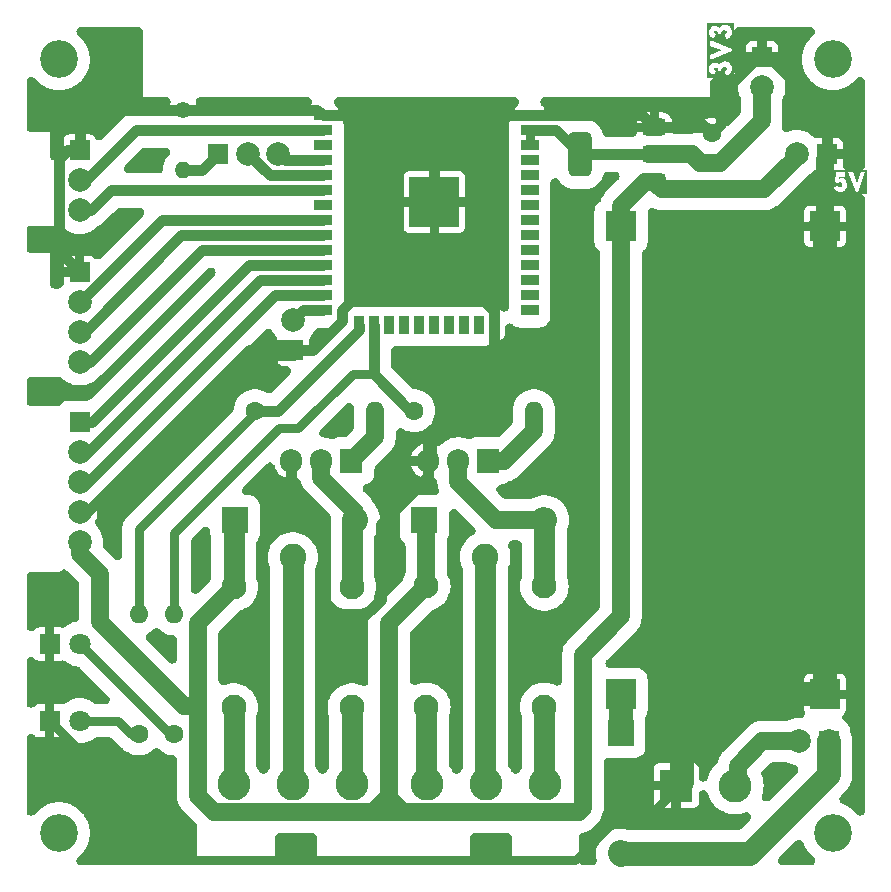
<source format=gbr>
%TF.GenerationSoftware,KiCad,Pcbnew,8.0.1*%
%TF.CreationDate,2024-09-28T14:19:56-03:00*%
%TF.ProjectId,AdeJiga,4164654a-6967-4612-9e6b-696361645f70,rev?*%
%TF.SameCoordinates,Original*%
%TF.FileFunction,Copper,L2,Bot*%
%TF.FilePolarity,Positive*%
%FSLAX46Y46*%
G04 Gerber Fmt 4.6, Leading zero omitted, Abs format (unit mm)*
G04 Created by KiCad (PCBNEW 8.0.1) date 2024-09-28 14:19:56*
%MOMM*%
%LPD*%
G01*
G04 APERTURE LIST*
G04 Aperture macros list*
%AMRoundRect*
0 Rectangle with rounded corners*
0 $1 Rounding radius*
0 $2 $3 $4 $5 $6 $7 $8 $9 X,Y pos of 4 corners*
0 Add a 4 corners polygon primitive as box body*
4,1,4,$2,$3,$4,$5,$6,$7,$8,$9,$2,$3,0*
0 Add four circle primitives for the rounded corners*
1,1,$1+$1,$2,$3*
1,1,$1+$1,$4,$5*
1,1,$1+$1,$6,$7*
1,1,$1+$1,$8,$9*
0 Add four rect primitives between the rounded corners*
20,1,$1+$1,$2,$3,$4,$5,0*
20,1,$1+$1,$4,$5,$6,$7,0*
20,1,$1+$1,$6,$7,$8,$9,0*
20,1,$1+$1,$8,$9,$2,$3,0*%
G04 Aperture macros list end*
%ADD10C,0.300000*%
%TA.AperFunction,ComponentPad*%
%ADD11C,1.600000*%
%TD*%
%TA.AperFunction,ComponentPad*%
%ADD12O,1.600000X1.600000*%
%TD*%
%TA.AperFunction,ComponentPad*%
%ADD13R,1.700000X1.700000*%
%TD*%
%TA.AperFunction,ComponentPad*%
%ADD14C,2.000000*%
%TD*%
%TA.AperFunction,ComponentPad*%
%ADD15C,2.800000*%
%TD*%
%TA.AperFunction,ComponentPad*%
%ADD16R,1.905000X2.000000*%
%TD*%
%TA.AperFunction,ComponentPad*%
%ADD17O,1.905000X2.000000*%
%TD*%
%TA.AperFunction,ComponentPad*%
%ADD18R,2.200000X2.200000*%
%TD*%
%TA.AperFunction,ComponentPad*%
%ADD19O,2.200000X2.200000*%
%TD*%
%TA.AperFunction,ComponentPad*%
%ADD20C,3.200000*%
%TD*%
%TA.AperFunction,ComponentPad*%
%ADD21C,1.400000*%
%TD*%
%TA.AperFunction,ComponentPad*%
%ADD22O,1.400000X1.400000*%
%TD*%
%TA.AperFunction,ComponentPad*%
%ADD23R,2.500000X2.500000*%
%TD*%
%TA.AperFunction,ComponentPad*%
%ADD24C,2.250000*%
%TD*%
%TA.AperFunction,ComponentPad*%
%ADD25C,2.100000*%
%TD*%
%TA.AperFunction,ComponentPad*%
%ADD26R,1.600000X1.600000*%
%TD*%
%TA.AperFunction,ComponentPad*%
%ADD27R,2.800000X2.800000*%
%TD*%
%TA.AperFunction,ComponentPad*%
%ADD28R,1.800000X1.800000*%
%TD*%
%TA.AperFunction,ComponentPad*%
%ADD29C,1.800000*%
%TD*%
%TA.AperFunction,SMDPad,CuDef*%
%ADD30RoundRect,0.375000X0.625000X0.375000X-0.625000X0.375000X-0.625000X-0.375000X0.625000X-0.375000X0*%
%TD*%
%TA.AperFunction,SMDPad,CuDef*%
%ADD31RoundRect,0.500000X0.500000X1.400000X-0.500000X1.400000X-0.500000X-1.400000X0.500000X-1.400000X0*%
%TD*%
%TA.AperFunction,SMDPad,CuDef*%
%ADD32R,1.500000X0.900000*%
%TD*%
%TA.AperFunction,SMDPad,CuDef*%
%ADD33R,0.900000X1.500000*%
%TD*%
%TA.AperFunction,SMDPad,CuDef*%
%ADD34R,4.200000X4.200000*%
%TD*%
%TA.AperFunction,Conductor*%
%ADD35C,0.900000*%
%TD*%
%TA.AperFunction,Conductor*%
%ADD36C,1.500000*%
%TD*%
%TA.AperFunction,Conductor*%
%ADD37C,0.800000*%
%TD*%
%TA.AperFunction,Conductor*%
%ADD38C,2.000000*%
%TD*%
%TA.AperFunction,Conductor*%
%ADD39C,1.800000*%
%TD*%
G04 APERTURE END LIST*
D10*
G36*
X182426463Y-27817447D02*
G01*
X180082237Y-27817447D01*
X180082237Y-27036880D01*
X180271126Y-27036880D01*
X180276328Y-27112361D01*
X180298670Y-27206075D01*
X180337217Y-27291210D01*
X180390442Y-27367047D01*
X180456817Y-27432862D01*
X180534813Y-27487936D01*
X180622904Y-27531547D01*
X180719560Y-27562973D01*
X180744884Y-27568841D01*
X180836646Y-27203942D01*
X180762280Y-27165045D01*
X180717464Y-27098762D01*
X180712913Y-27066556D01*
X180740244Y-26993315D01*
X180812327Y-26950911D01*
X180856576Y-26945655D01*
X180944207Y-26967111D01*
X181006878Y-27020215D01*
X181044181Y-27090787D01*
X181059374Y-27167775D01*
X181060446Y-27196615D01*
X181280924Y-27246807D01*
X181287888Y-27158634D01*
X181305966Y-27082315D01*
X181342027Y-27003540D01*
X181390458Y-26943181D01*
X181460996Y-26894977D01*
X181540555Y-26873106D01*
X181568251Y-26871650D01*
X181650333Y-26884725D01*
X181721769Y-26927666D01*
X181764236Y-26995602D01*
X181772951Y-27052267D01*
X181760009Y-27124942D01*
X181721443Y-27192591D01*
X181657641Y-27244797D01*
X181611433Y-27263293D01*
X181710254Y-27628558D01*
X181813976Y-27604183D01*
X181911762Y-27561668D01*
X181979742Y-27518971D01*
X182041988Y-27467858D01*
X182097474Y-27409095D01*
X182145173Y-27343449D01*
X182184059Y-27271686D01*
X182213105Y-27194572D01*
X182231286Y-27112873D01*
X182237574Y-27027355D01*
X182231141Y-26937974D01*
X182212298Y-26852152D01*
X182181728Y-26771031D01*
X182140115Y-26695753D01*
X182088143Y-26627462D01*
X182026494Y-26567300D01*
X181955853Y-26516410D01*
X181876903Y-26475936D01*
X181790328Y-26447021D01*
X181696812Y-26430806D01*
X181630948Y-26427616D01*
X181545625Y-26433122D01*
X181447062Y-26454465D01*
X181358587Y-26490106D01*
X181281379Y-26538151D01*
X181216618Y-26596705D01*
X181165480Y-26663872D01*
X181141827Y-26707519D01*
X181089786Y-26637706D01*
X181017974Y-26582689D01*
X180944224Y-26548476D01*
X180862318Y-26527236D01*
X180775194Y-26519940D01*
X180670564Y-26530281D01*
X180574517Y-26560011D01*
X180488707Y-26607189D01*
X180414790Y-26669875D01*
X180354418Y-26746127D01*
X180309248Y-26834006D01*
X180286341Y-26906377D01*
X180273612Y-26983378D01*
X180271126Y-27036880D01*
X180082237Y-27036880D01*
X180082237Y-24615212D01*
X180350847Y-24615212D01*
X180350847Y-25096249D01*
X181362305Y-25478733D01*
X180350847Y-25860118D01*
X180350847Y-26334926D01*
X182237574Y-25576186D01*
X182237574Y-25377250D01*
X180350847Y-24615212D01*
X180082237Y-24615212D01*
X180082237Y-23931577D01*
X180271126Y-23931577D01*
X180276328Y-24007057D01*
X180298670Y-24100771D01*
X180337217Y-24185907D01*
X180390442Y-24261743D01*
X180456817Y-24327559D01*
X180534813Y-24382633D01*
X180622904Y-24426243D01*
X180719560Y-24457669D01*
X180744884Y-24463538D01*
X180836646Y-24098639D01*
X180762280Y-24059741D01*
X180717464Y-23993459D01*
X180712913Y-23961252D01*
X180740244Y-23888011D01*
X180812327Y-23845607D01*
X180856576Y-23840352D01*
X180944207Y-23861807D01*
X181006878Y-23914911D01*
X181044181Y-23985484D01*
X181059374Y-24062471D01*
X181060446Y-24091311D01*
X181280924Y-24141503D01*
X181287888Y-24053330D01*
X181305966Y-23977012D01*
X181342027Y-23898237D01*
X181390458Y-23837878D01*
X181460996Y-23789673D01*
X181540555Y-23767802D01*
X181568251Y-23766346D01*
X181650333Y-23779421D01*
X181721769Y-23822362D01*
X181764236Y-23890298D01*
X181772951Y-23946964D01*
X181760009Y-24019639D01*
X181721443Y-24087287D01*
X181657641Y-24139493D01*
X181611433Y-24157990D01*
X181710254Y-24523255D01*
X181813976Y-24498880D01*
X181911762Y-24456365D01*
X181979742Y-24413667D01*
X182041988Y-24362554D01*
X182097474Y-24303792D01*
X182145173Y-24238146D01*
X182184059Y-24166382D01*
X182213105Y-24089268D01*
X182231286Y-24007569D01*
X182237574Y-23922051D01*
X182231141Y-23832671D01*
X182212298Y-23746849D01*
X182181728Y-23665727D01*
X182140115Y-23590449D01*
X182088143Y-23522158D01*
X182026494Y-23461996D01*
X181955853Y-23411107D01*
X181876903Y-23370633D01*
X181790328Y-23341717D01*
X181696812Y-23325502D01*
X181630948Y-23322313D01*
X181545625Y-23327818D01*
X181447062Y-23349161D01*
X181358587Y-23384802D01*
X181281379Y-23432848D01*
X181216618Y-23491401D01*
X181165480Y-23558569D01*
X181141827Y-23602215D01*
X181089786Y-23532403D01*
X181017974Y-23477386D01*
X180944224Y-23443172D01*
X180862318Y-23421932D01*
X180775194Y-23414637D01*
X180670564Y-23424978D01*
X180574517Y-23454708D01*
X180488707Y-23501886D01*
X180414790Y-23564571D01*
X180354418Y-23640824D01*
X180309248Y-23728702D01*
X180286341Y-23801074D01*
X180273612Y-23878075D01*
X180271126Y-23931577D01*
X180082237Y-23931577D01*
X180082237Y-23133424D01*
X182426463Y-23133424D01*
X182426463Y-27817447D01*
G37*
G36*
X193696031Y-37635114D02*
G01*
X190695248Y-37635114D01*
X190695248Y-37098419D01*
X190861915Y-37098419D01*
X190896334Y-37167057D01*
X190935197Y-37228207D01*
X190993217Y-37298367D01*
X191057432Y-37355881D01*
X191126868Y-37401132D01*
X191200549Y-37434500D01*
X191277501Y-37456369D01*
X191356749Y-37467121D01*
X191396929Y-37468447D01*
X191484522Y-37462269D01*
X191567259Y-37444099D01*
X191644319Y-37414484D01*
X191714881Y-37373972D01*
X191778123Y-37323109D01*
X191833225Y-37262443D01*
X191879366Y-37192519D01*
X191915725Y-37113886D01*
X191941481Y-37027091D01*
X191955812Y-36932679D01*
X191958614Y-36865778D01*
X191953677Y-36776717D01*
X191939177Y-36692667D01*
X191915579Y-36614447D01*
X191883350Y-36542876D01*
X191842956Y-36478772D01*
X191794864Y-36422954D01*
X191739540Y-36376240D01*
X191677449Y-36339450D01*
X191609059Y-36313401D01*
X191534834Y-36298913D01*
X191482341Y-36296081D01*
X191414686Y-36301133D01*
X191346798Y-36317870D01*
X191287704Y-36345540D01*
X191310882Y-36172250D01*
X191829068Y-36172250D01*
X191829068Y-35803688D01*
X192038946Y-35803688D01*
X192696521Y-37468447D01*
X192868932Y-37468447D01*
X193529364Y-35803688D01*
X193112466Y-35803688D01*
X192780980Y-36696151D01*
X192450446Y-35803688D01*
X192038946Y-35803688D01*
X191829068Y-35803688D01*
X191829068Y-35780240D01*
X191043217Y-35780240D01*
X190932404Y-36648890D01*
X191103862Y-36760631D01*
X191155349Y-36715053D01*
X191220946Y-36681222D01*
X191283974Y-36662065D01*
X191355647Y-36653036D01*
X191364225Y-36652920D01*
X191434548Y-36662298D01*
X191499938Y-36696345D01*
X191544473Y-36755868D01*
X191562331Y-36829336D01*
X191563307Y-36854054D01*
X191551336Y-36937103D01*
X191512487Y-37006582D01*
X191453582Y-37049291D01*
X191391158Y-37065000D01*
X191372163Y-37065812D01*
X191308574Y-37055483D01*
X191245652Y-37019857D01*
X191194033Y-36966166D01*
X191172128Y-36935753D01*
X190861915Y-37098419D01*
X190695248Y-37098419D01*
X190695248Y-35613573D01*
X193696031Y-35613573D01*
X193696031Y-37635114D01*
G37*
D11*
%TO.P,R4,1*%
%TO.N,Net-(D5-A)*%
X135000000Y-83360000D03*
D12*
%TO.P,R4,2*%
%TO.N,GPIO17*%
X135000000Y-73200000D03*
%TD*%
D13*
%TO.P,J5,1,Pin_1*%
%TO.N,GND*%
X145100000Y-50875000D03*
D14*
%TO.P,J5,2,Pin_2*%
%TO.N,boot*%
X145100000Y-48335000D03*
%TD*%
D15*
%TO.P,J1,1,Pin_1*%
%TO.N,Net-(J1-Pin_1)*%
X150040000Y-87600000D03*
%TO.P,J1,2,Pin_2*%
%TO.N,Net-(J1-Pin_2)*%
X145040000Y-87600000D03*
%TO.P,J1,3,Pin_3*%
%TO.N,Net-(J1-Pin_3)*%
X140040000Y-87600000D03*
%TD*%
D13*
%TO.P,J6,1,Pin_1*%
%TO.N,Net-(J6-Pin_1)*%
X138720000Y-34250000D03*
D14*
%TO.P,J6,2,Pin_2*%
%TO.N,RX*%
X141260000Y-34250000D03*
%TO.P,J6,3,Pin_3*%
%TO.N,TX*%
X143800000Y-34250000D03*
%TD*%
D15*
%TO.P,J3,1,Pin_1*%
%TO.N,Net-(J3-Pin_1)*%
X166400000Y-87600000D03*
%TO.P,J3,2,Pin_2*%
%TO.N,Net-(J3-Pin_2)*%
X161400000Y-87600000D03*
%TO.P,J3,3,Pin_3*%
%TO.N,Net-(J3-Pin_3)*%
X156400000Y-87600000D03*
%TD*%
D11*
%TO.P,R3,1*%
%TO.N,GPIO17*%
X155300000Y-56000000D03*
D12*
%TO.P,R3,2*%
%TO.N,Net-(Q3-B)*%
X165460000Y-56000000D03*
%TD*%
D16*
%TO.P,Q1,1,B*%
%TO.N,Net-(Q1-B)*%
X150000000Y-60250000D03*
D17*
%TO.P,Q1,2,C*%
%TO.N,Ativa_Rel\u00E9_1*%
X147460000Y-60250000D03*
%TO.P,Q1,3,E*%
%TO.N,GND*%
X144920000Y-60250000D03*
%TD*%
D18*
%TO.P,D1,1,K*%
%TO.N,+5V*%
X140170000Y-65250000D03*
D19*
%TO.P,D1,2,A*%
%TO.N,Ativa_Rel\u00E9_1*%
X150330000Y-65250000D03*
%TD*%
D20*
%TO.P,H1,*%
%TO.N,*%
X190750000Y-91750000D03*
%TD*%
D13*
%TO.P,J4,1,Pin_1*%
%TO.N,GPIOC*%
X127000000Y-56990000D03*
D14*
%TO.P,J4,2,Pin_2*%
%TO.N,GPIOB*%
X127000000Y-59530000D03*
%TO.P,J4,3,Pin_3*%
%TO.N,GPIOA*%
X127000000Y-62070000D03*
%TO.P,J4,4,Pin_4*%
%TO.N,GND*%
X127000000Y-64610000D03*
%TO.P,J4,5,Pin_5*%
%TO.N,+5V*%
X127000000Y-67150000D03*
%TD*%
D13*
%TO.P,J7,1,Pin_1*%
%TO.N,GND*%
X184750000Y-26060000D03*
D14*
%TO.P,J7,2,Pin_2*%
%TO.N,+3.3V*%
X184750000Y-28600000D03*
%TD*%
D21*
%TO.P,R5,1*%
%TO.N,GND*%
X135750000Y-30500000D03*
D22*
%TO.P,R5,2*%
%TO.N,Net-(J6-Pin_1)*%
X135750000Y-35580000D03*
%TD*%
D23*
%TO.P,M1,IN+,IN+*%
%TO.N,+24V*%
X172828000Y-80024000D03*
%TO.P,M1,IN-,IN-*%
%TO.N,GND*%
X190100000Y-80024000D03*
%TO.P,M1,OUT+,OUT+*%
%TO.N,+5V*%
X172828000Y-40400000D03*
%TO.P,M1,OUT-,OUT-*%
%TO.N,GND*%
X190100000Y-40400000D03*
%TD*%
D11*
%TO.P,R1,1*%
%TO.N,GPIO16*%
X141840000Y-56000000D03*
D12*
%TO.P,R1,2*%
%TO.N,Net-(Q1-B)*%
X152000000Y-56000000D03*
%TD*%
D24*
%TO.P,K2,1*%
%TO.N,Net-(J3-Pin_2)*%
X161340000Y-68370000D03*
D25*
%TO.P,K2,2*%
%TO.N,Ativa_Rel\u00E9_2*%
X166340000Y-70870000D03*
%TO.P,K2,3*%
%TO.N,Net-(J3-Pin_3)*%
X156340000Y-81070000D03*
%TO.P,K2,4*%
%TO.N,Net-(J3-Pin_1)*%
X166340000Y-81070000D03*
%TO.P,K2,5*%
%TO.N,+5V*%
X156340000Y-70870000D03*
%TD*%
D13*
%TO.P,J10,1,Pin_1*%
%TO.N,GND*%
X190250000Y-34250000D03*
D14*
%TO.P,J10,2,Pin_2*%
%TO.N,+5V*%
X187710000Y-34250000D03*
%TD*%
D16*
%TO.P,Q3,1,B*%
%TO.N,Net-(Q3-B)*%
X161580000Y-60250000D03*
D17*
%TO.P,Q3,2,C*%
%TO.N,Ativa_Rel\u00E9_2*%
X159040000Y-60250000D03*
%TO.P,Q3,3,E*%
%TO.N,GND*%
X156500000Y-60250000D03*
%TD*%
D26*
%TO.P,C3,1*%
%TO.N,+3.3V*%
X180500000Y-35000000D03*
D11*
%TO.P,C3,2*%
%TO.N,GND*%
X180500000Y-32500000D03*
%TD*%
D20*
%TO.P,H4,*%
%TO.N,*%
X125250000Y-26250000D03*
%TD*%
%TO.P,H2,*%
%TO.N,*%
X190750000Y-26250000D03*
%TD*%
D13*
%TO.P,J8,1,Pin_1*%
%TO.N,GND*%
X127000000Y-33960000D03*
D14*
%TO.P,J8,2,Pin_2*%
%TO.N,GPIOG*%
X127000000Y-36500000D03*
%TO.P,J8,3,Pin_3*%
%TO.N,GPIOH*%
X127000000Y-39040000D03*
%TD*%
D20*
%TO.P,H3,*%
%TO.N,*%
X125250000Y-91750000D03*
%TD*%
D18*
%TO.P,D2,1,K*%
%TO.N,+5V*%
X156180000Y-65250000D03*
D19*
%TO.P,D2,2,A*%
%TO.N,Ativa_Rel\u00E9_2*%
X166340000Y-65250000D03*
%TD*%
D18*
%TO.P,D4,1,K*%
%TO.N,+24V*%
X172800000Y-83320000D03*
D19*
%TO.P,D4,2,A*%
%TO.N,Net-(D4-A)*%
X172800000Y-93480000D03*
%TD*%
D15*
%TO.P,J2,2,Pin_2*%
%TO.N,Net-(J11-Pin_2)*%
X182500000Y-87750000D03*
D27*
%TO.P,J2,1,Pin_1*%
%TO.N,GND*%
X177500000Y-87750000D03*
%TD*%
D28*
%TO.P,D5,1,K*%
%TO.N,GND*%
X124460000Y-75750000D03*
D29*
%TO.P,D5,2,A*%
%TO.N,Net-(D5-A)*%
X127000000Y-75750000D03*
%TD*%
D28*
%TO.P,D3,1,K*%
%TO.N,GND*%
X124460000Y-82250000D03*
D29*
%TO.P,D3,2,A*%
%TO.N,Net-(D3-A)*%
X127000000Y-82250000D03*
%TD*%
D13*
%TO.P,J11,1,Pin_1*%
%TO.N,Net-(D4-A)*%
X190400000Y-84000000D03*
D14*
%TO.P,J11,2,Pin_2*%
%TO.N,Net-(J11-Pin_2)*%
X187860000Y-84000000D03*
%TD*%
D13*
%TO.P,J9,1,Pin_1*%
%TO.N,GND*%
X127000000Y-44240000D03*
D14*
%TO.P,J9,2,Pin_2*%
%TO.N,GPIOF*%
X127000000Y-46780000D03*
%TO.P,J9,3,Pin_3*%
%TO.N,GPIOE*%
X127000000Y-49320000D03*
%TO.P,J9,4,Pin_4*%
%TO.N,GPIOD*%
X127000000Y-51860000D03*
%TD*%
D11*
%TO.P,R2,1*%
%TO.N,Net-(D3-A)*%
X132000000Y-83360000D03*
D12*
%TO.P,R2,2*%
%TO.N,GPIO16*%
X132000000Y-73200000D03*
%TD*%
D24*
%TO.P,K1,1*%
%TO.N,Net-(J1-Pin_2)*%
X145040000Y-68420000D03*
D25*
%TO.P,K1,2*%
%TO.N,Ativa_Rel\u00E9_1*%
X150040000Y-70920000D03*
%TO.P,K1,3*%
%TO.N,Net-(J1-Pin_3)*%
X140040000Y-81120000D03*
%TO.P,K1,4*%
%TO.N,Net-(J1-Pin_1)*%
X150040000Y-81120000D03*
%TO.P,K1,5*%
%TO.N,+5V*%
X140040000Y-70920000D03*
%TD*%
D30*
%TO.P,U4,1,ADJ*%
%TO.N,GND*%
X175650000Y-32000000D03*
%TO.P,U4,2,VO*%
%TO.N,+3.3V*%
X175650000Y-34300000D03*
D31*
X169350000Y-34300000D03*
D30*
%TO.P,U4,3,VI*%
%TO.N,+5V*%
X175650000Y-36600000D03*
%TD*%
D32*
%TO.P,U2,1,GND*%
%TO.N,GND*%
X165095000Y-30997500D03*
%TO.P,U2,2,VDD*%
%TO.N,+3.3V*%
X165095000Y-32267500D03*
%TO.P,U2,3,EN*%
X165095000Y-33537500D03*
%TO.P,U2,4,SENSOR_VP*%
%TO.N,unconnected-(U2-SENSOR_VP-Pad4)*%
X165095000Y-34807500D03*
%TO.P,U2,5,SENSOR_VN*%
%TO.N,unconnected-(U2-SENSOR_VN-Pad5)*%
X165095000Y-36077500D03*
%TO.P,U2,6,IO34*%
%TO.N,unconnected-(U2-IO34-Pad6)*%
X165095000Y-37347500D03*
%TO.P,U2,7,IO35*%
%TO.N,unconnected-(U2-IO35-Pad7)*%
X165095000Y-38617500D03*
%TO.P,U2,8,IO32*%
%TO.N,unconnected-(U2-IO32-Pad8)*%
X165095000Y-39887500D03*
%TO.P,U2,9,IO33*%
%TO.N,unconnected-(U2-IO33-Pad9)*%
X165095000Y-41157500D03*
%TO.P,U2,10,IO25*%
%TO.N,unconnected-(U2-IO25-Pad10)*%
X165095000Y-42427500D03*
%TO.P,U2,11,IO26*%
%TO.N,unconnected-(U2-IO26-Pad11)*%
X165095000Y-43697500D03*
%TO.P,U2,12,IO27*%
%TO.N,unconnected-(U2-IO27-Pad12)*%
X165095000Y-44967500D03*
%TO.P,U2,13,IO14*%
%TO.N,unconnected-(U2-IO14-Pad13)*%
X165095000Y-46237500D03*
%TO.P,U2,14,IO12*%
%TO.N,unconnected-(U2-IO12-Pad14)*%
X165095000Y-47507500D03*
D33*
%TO.P,U2,15,GND*%
%TO.N,GND*%
X162055000Y-48757500D03*
%TO.P,U2,16,IO13*%
%TO.N,unconnected-(U2-IO13-Pad16)*%
X160785000Y-48757500D03*
%TO.P,U2,17,SHD/SD2*%
%TO.N,unconnected-(U2-SHD{slash}SD2-Pad17)*%
X159515000Y-48757500D03*
%TO.P,U2,18,SWP/SD3*%
%TO.N,unconnected-(U2-SWP{slash}SD3-Pad18)*%
X158245000Y-48757500D03*
%TO.P,U2,19,SCS/CMD*%
%TO.N,unconnected-(U2-SCS{slash}CMD-Pad19)*%
X156975000Y-48757500D03*
%TO.P,U2,20,SCK/CLK*%
%TO.N,unconnected-(U2-SCK{slash}CLK-Pad20)*%
X155705000Y-48757500D03*
%TO.P,U2,21,SDO/SD0*%
%TO.N,unconnected-(U2-SDO{slash}SD0-Pad21)*%
X154435000Y-48757500D03*
%TO.P,U2,22,SDI/SD1*%
%TO.N,unconnected-(U2-SDI{slash}SD1-Pad22)*%
X153165000Y-48757500D03*
%TO.P,U2,23,IO15*%
%TO.N,GPIO17*%
X151895000Y-48757500D03*
%TO.P,U2,24,IO2*%
%TO.N,GPIO16*%
X150625000Y-48757500D03*
D32*
%TO.P,U2,25,IO0*%
%TO.N,boot*%
X147595000Y-47507500D03*
%TO.P,U2,26,IO4*%
%TO.N,GPIOA*%
X147595000Y-46237500D03*
%TO.P,U2,27,IO16*%
%TO.N,GPIOB*%
X147595000Y-44967500D03*
%TO.P,U2,28,IO17*%
%TO.N,GPIOC*%
X147595000Y-43697500D03*
%TO.P,U2,29,IO5*%
%TO.N,GPIOD*%
X147595000Y-42427500D03*
%TO.P,U2,30,IO18*%
%TO.N,GPIOE*%
X147595000Y-41157500D03*
%TO.P,U2,31,IO19*%
%TO.N,GPIOF*%
X147595000Y-39887500D03*
%TO.P,U2,32,NC*%
%TO.N,unconnected-(U2-NC-Pad32)*%
X147595000Y-38617500D03*
%TO.P,U2,33,IO21*%
%TO.N,GPIOH*%
X147595000Y-37347500D03*
%TO.P,U2,34,RXD0/IO3*%
%TO.N,RX*%
X147595000Y-36077500D03*
%TO.P,U2,35,TXD0/IO1*%
%TO.N,TX*%
X147595000Y-34807500D03*
%TO.P,U2,36,IO22*%
%TO.N,unconnected-(U2-IO22-Pad36)*%
X147595000Y-33537500D03*
%TO.P,U2,37,IO23*%
%TO.N,GPIOG*%
X147595000Y-32267500D03*
%TO.P,U2,38,GND*%
%TO.N,GND*%
X147595000Y-30997500D03*
D34*
%TO.P,U2,39,GND*%
X157025000Y-38337500D03*
%TD*%
D35*
%TO.N,GND*%
X125960000Y-33960000D02*
X127000000Y-33960000D01*
X125250000Y-34670000D02*
X125960000Y-33960000D01*
X125250000Y-42490000D02*
X125250000Y-34670000D01*
X127000000Y-44240000D02*
X125250000Y-42490000D01*
X128500000Y-30500000D02*
X147097500Y-30500000D01*
X127000000Y-33960000D02*
X127000000Y-32000000D01*
X127000000Y-32000000D02*
X128500000Y-30500000D01*
X147097500Y-30500000D02*
X147595000Y-30997500D01*
%TO.N,GPIOG*%
X131732500Y-32267500D02*
X147595000Y-32267500D01*
X127500000Y-36500000D02*
X131732500Y-32267500D01*
X127000000Y-36500000D02*
X127500000Y-36500000D01*
%TO.N,GPIOH*%
X127960000Y-39040000D02*
X127000000Y-39040000D01*
X129652500Y-37347500D02*
X127960000Y-39040000D01*
X147595000Y-37347500D02*
X129652500Y-37347500D01*
D36*
%TO.N,+5V*%
X127000000Y-68110000D02*
X127000000Y-67150000D01*
X128700000Y-73900000D02*
X128700000Y-69810000D01*
X135800000Y-81000000D02*
X128700000Y-73900000D01*
X128700000Y-69810000D02*
X127000000Y-68110000D01*
X136900000Y-81000000D02*
X135800000Y-81000000D01*
D35*
%TO.N,GND*%
X127640000Y-64610000D02*
X127000000Y-64610000D01*
X141375000Y-50875000D02*
X127640000Y-64610000D01*
X142825000Y-50875000D02*
X141375000Y-50875000D01*
%TO.N,GPIOA*%
X143562500Y-46237500D02*
X147595000Y-46237500D01*
X127730000Y-62070000D02*
X143562500Y-46237500D01*
X127000000Y-62070000D02*
X127730000Y-62070000D01*
%TO.N,GPIOB*%
X142282500Y-44967500D02*
X147595000Y-44967500D01*
X127720000Y-59530000D02*
X142282500Y-44967500D01*
X127000000Y-59530000D02*
X127720000Y-59530000D01*
%TO.N,GPIOC*%
X141302500Y-43697500D02*
X147595000Y-43697500D01*
X128010000Y-56990000D02*
X141302500Y-43697500D01*
X127000000Y-56990000D02*
X128010000Y-56990000D01*
%TO.N,GPIOD*%
X137322500Y-42427500D02*
X147595000Y-42427500D01*
X127890000Y-51860000D02*
X137322500Y-42427500D01*
X127000000Y-51860000D02*
X127890000Y-51860000D01*
%TO.N,GPIOE*%
X127430000Y-49320000D02*
X135592500Y-41157500D01*
X135592500Y-41157500D02*
X147595000Y-41157500D01*
X127000000Y-49320000D02*
X127430000Y-49320000D01*
%TO.N,GPIOF*%
X133982500Y-39887500D02*
X127130000Y-46740000D01*
X147595000Y-39887500D02*
X133982500Y-39887500D01*
D37*
%TO.N,GND*%
X136232136Y-94022136D02*
X124460000Y-82250000D01*
X169250000Y-93750000D02*
X168977864Y-94022136D01*
X168977864Y-94022136D02*
X136232136Y-94022136D01*
X173000000Y-90000000D02*
X169250000Y-93750000D01*
X177500000Y-88050000D02*
X175550000Y-90000000D01*
X175550000Y-90000000D02*
X173000000Y-90000000D01*
D36*
%TO.N,Net-(J11-Pin_2)*%
X184800000Y-84000000D02*
X187860000Y-84000000D01*
X182750000Y-87800000D02*
X182750000Y-86050000D01*
X182500000Y-88050000D02*
X182750000Y-87800000D01*
X182750000Y-86050000D02*
X184800000Y-84000000D01*
D38*
%TO.N,GND*%
X182476000Y-80024000D02*
X190100000Y-80024000D01*
X178000000Y-84500000D02*
X182476000Y-80024000D01*
X178000000Y-87550000D02*
X178000000Y-84500000D01*
X177500000Y-88050000D02*
X178000000Y-87550000D01*
D39*
%TO.N,Net-(J1-Pin_3)*%
X140040000Y-81120000D02*
X140040000Y-87550000D01*
%TO.N,Net-(J1-Pin_2)*%
X145040000Y-87550000D02*
X145040000Y-68420000D01*
%TO.N,Net-(J1-Pin_1)*%
X150040000Y-81120000D02*
X150040000Y-87550000D01*
D36*
%TO.N,+5V*%
X153200000Y-88600000D02*
X151800000Y-90000000D01*
X174900000Y-36600000D02*
X175650000Y-36600000D01*
X153200000Y-88600000D02*
X153200000Y-88800000D01*
X154400000Y-90000000D02*
X153200000Y-90000000D01*
D39*
X140040000Y-65380000D02*
X140040000Y-70920000D01*
D36*
X172828000Y-40400000D02*
X172828000Y-73422000D01*
X169600000Y-89650000D02*
X169250000Y-90000000D01*
X151800000Y-90000000D02*
X151400000Y-90000000D01*
X176300000Y-37250000D02*
X184960000Y-37250000D01*
X153200000Y-88600000D02*
X153200000Y-90000000D01*
X175650000Y-36600000D02*
X176300000Y-37250000D01*
X187710000Y-34500000D02*
X187710000Y-34250000D01*
X172828000Y-40400000D02*
X172828000Y-38672000D01*
X153200000Y-90000000D02*
X151400000Y-90000000D01*
X156340000Y-65380000D02*
X156180000Y-65220000D01*
X138400000Y-90000000D02*
X137000000Y-88600000D01*
X153200000Y-74010000D02*
X153200000Y-88600000D01*
X151400000Y-90000000D02*
X138400000Y-90000000D01*
D39*
X140170000Y-65250000D02*
X140040000Y-65380000D01*
X156360000Y-70850000D02*
X156340000Y-70870000D01*
D36*
X137000000Y-73960000D02*
X140040000Y-70920000D01*
X172828000Y-73422000D02*
X169600000Y-76650000D01*
X156340000Y-70870000D02*
X153200000Y-74010000D01*
X172828000Y-38672000D02*
X174900000Y-36600000D01*
X156340000Y-70870000D02*
X156340000Y-65380000D01*
X184960000Y-37250000D02*
X187710000Y-34500000D01*
X153200000Y-88800000D02*
X154400000Y-90000000D01*
X137000000Y-88600000D02*
X137000000Y-73960000D01*
X169600000Y-76650000D02*
X169600000Y-89650000D01*
X169250000Y-90000000D02*
X154400000Y-90000000D01*
D35*
%TO.N,GND*%
X156500000Y-61554874D02*
X152500000Y-65554874D01*
X147750000Y-72500000D02*
X147750000Y-65000000D01*
X152500000Y-72000000D02*
X151250000Y-73250000D01*
X180000000Y-32000000D02*
X180500000Y-32500000D01*
X157025000Y-35337500D02*
X157025000Y-38337500D01*
X156750000Y-60000000D02*
X156500000Y-60250000D01*
X144920000Y-62170000D02*
X144920000Y-60250000D01*
D37*
X124400000Y-82190000D02*
X124460000Y-82250000D01*
D35*
X180500000Y-32500000D02*
X181299999Y-31700001D01*
X181299999Y-29200001D02*
X184440000Y-26060000D01*
X174647500Y-30997500D02*
X165095000Y-30997500D01*
X162055000Y-48757500D02*
X162055000Y-47527500D01*
X148500000Y-73250000D02*
X147750000Y-72500000D01*
X185335000Y-26060000D02*
X190250000Y-30975000D01*
X146747500Y-50875000D02*
X145100000Y-50875000D01*
X149250000Y-48372500D02*
X146747500Y-50875000D01*
D36*
X190100000Y-40400000D02*
X190100000Y-34650000D01*
D39*
X145100000Y-50875000D02*
X142825000Y-50875000D01*
D35*
X175650000Y-32000000D02*
X180000000Y-32000000D01*
X149250000Y-47500000D02*
X149250000Y-48372500D01*
X161365000Y-30997500D02*
X157025000Y-35337500D01*
X161277500Y-46750000D02*
X150000000Y-46750000D01*
X175650000Y-32000000D02*
X174647500Y-30997500D01*
X151250000Y-73250000D02*
X148500000Y-73250000D01*
X152500000Y-65554874D02*
X152500000Y-72000000D01*
X190250000Y-30975000D02*
X190250000Y-34250000D01*
X147595000Y-30997500D02*
X152897500Y-30997500D01*
D37*
X124460000Y-75750000D02*
X124400000Y-75810000D01*
D35*
X157025000Y-35125000D02*
X157025000Y-38337500D01*
X162055000Y-47527500D02*
X161277500Y-46750000D01*
X156750000Y-58250000D02*
X156750000Y-60000000D01*
X162055000Y-48757500D02*
X162055000Y-52945000D01*
X156500000Y-60250000D02*
X156500000Y-61554874D01*
X162055000Y-52945000D02*
X156750000Y-58250000D01*
X147750000Y-65000000D02*
X144920000Y-62170000D01*
D36*
X189400000Y-40400000D02*
X190100000Y-40400000D01*
D35*
X181299999Y-31700001D02*
X181299999Y-29200001D01*
D38*
X190100000Y-80024000D02*
X190100000Y-40400000D01*
D35*
X152897500Y-30997500D02*
X157025000Y-35125000D01*
X165095000Y-30997500D02*
X161365000Y-30997500D01*
X150000000Y-46750000D02*
X149250000Y-47500000D01*
D37*
X124400000Y-75810000D02*
X124400000Y-82190000D01*
D35*
X184440000Y-26060000D02*
X185335000Y-26060000D01*
%TO.N,+3.3V*%
X165095000Y-32267500D02*
X167317500Y-32267500D01*
D36*
X175650000Y-34300000D02*
X178800000Y-34300000D01*
X184750000Y-31500000D02*
X184750000Y-28600000D01*
D35*
X169350000Y-34300000D02*
X175650000Y-34300000D01*
D37*
X165095000Y-33537500D02*
X165095000Y-32267500D01*
D36*
X181250000Y-35000000D02*
X184750000Y-31500000D01*
X178800000Y-34300000D02*
X179500000Y-35000000D01*
D35*
X167317500Y-32267500D02*
X169350000Y-34300000D01*
D36*
X179500000Y-35000000D02*
X181250000Y-35000000D01*
D39*
%TO.N,Ativa_Rel\u00E9_1*%
X150040000Y-65540000D02*
X150040000Y-70920000D01*
X150330000Y-65250000D02*
X150040000Y-65540000D01*
D36*
X150330000Y-64580000D02*
X150330000Y-65250000D01*
X147460000Y-60250000D02*
X147460000Y-61710000D01*
X147460000Y-61710000D02*
X150330000Y-64580000D01*
D38*
%TO.N,+24V*%
X172828000Y-80024000D02*
X172828000Y-83212000D01*
X172828000Y-83212000D02*
X172800000Y-83240000D01*
%TO.N,Net-(D4-A)*%
X190400000Y-86822716D02*
X190400000Y-84000000D01*
X172800000Y-93580000D02*
X172880000Y-93500000D01*
X183722716Y-93500000D02*
X190400000Y-86822716D01*
X172880000Y-93500000D02*
X183722716Y-93500000D01*
D39*
%TO.N,Net-(J3-Pin_1)*%
X166340000Y-86740000D02*
X166400000Y-86800000D01*
X166340000Y-81070000D02*
X166340000Y-86740000D01*
%TO.N,Net-(J3-Pin_2)*%
X161340000Y-86740000D02*
X161400000Y-86800000D01*
X161340000Y-68370000D02*
X161340000Y-86740000D01*
%TO.N,Net-(J3-Pin_3)*%
X156340000Y-81070000D02*
X156340000Y-86740000D01*
X156340000Y-86740000D02*
X156400000Y-86800000D01*
D35*
%TO.N,boot*%
X145927500Y-47507500D02*
X145100000Y-48335000D01*
X147595000Y-47507500D02*
X145927500Y-47507500D01*
X147587500Y-47500000D02*
X147595000Y-47507500D01*
%TO.N,TX*%
X144357500Y-34807500D02*
X143800000Y-34250000D01*
X147595000Y-34807500D02*
X144357500Y-34807500D01*
%TO.N,RX*%
X147595000Y-36077500D02*
X143087500Y-36077500D01*
X143087500Y-36077500D02*
X141260000Y-34250000D01*
D36*
%TO.N,Net-(Q1-B)*%
X152000000Y-56000000D02*
X152000000Y-58250000D01*
X152000000Y-58250000D02*
X150000000Y-60250000D01*
D37*
%TO.N,GPIO16*%
X132000000Y-73200000D02*
X132000000Y-66000000D01*
X141840000Y-56160000D02*
X141840000Y-56000000D01*
D35*
X150625000Y-49125000D02*
X150625000Y-48757500D01*
X143750000Y-56000000D02*
X150625000Y-49125000D01*
X141840000Y-56000000D02*
X143750000Y-56000000D01*
D37*
X132000000Y-66000000D02*
X141840000Y-56160000D01*
D36*
%TO.N,Ativa_Rel\u00E9_2*%
X162220000Y-65220000D02*
X159040000Y-62040000D01*
D39*
X166340000Y-70870000D02*
X166340000Y-65400000D01*
D36*
X159040000Y-62040000D02*
X159040000Y-60250000D01*
D39*
X166340000Y-65400000D02*
X166520000Y-65220000D01*
D36*
X166340000Y-65220000D02*
X162220000Y-65220000D01*
D37*
%TO.N,Net-(D3-A)*%
X131360000Y-83360000D02*
X130250000Y-82250000D01*
X130250000Y-82250000D02*
X127250000Y-82250000D01*
X132000000Y-83360000D02*
X131360000Y-83360000D01*
%TO.N,Net-(D5-A)*%
X134610000Y-83360000D02*
X127000000Y-75750000D01*
X135000000Y-83360000D02*
X134610000Y-83360000D01*
D36*
%TO.N,Net-(Q3-B)*%
X162950000Y-60250000D02*
X165460000Y-57740000D01*
X161580000Y-60250000D02*
X162950000Y-60250000D01*
X165460000Y-57740000D02*
X165460000Y-56000000D01*
D37*
%TO.N,GPIO17*%
X150105000Y-52895000D02*
X151895000Y-52895000D01*
X143838466Y-57500000D02*
X145500000Y-57500000D01*
X135000000Y-73200000D02*
X135000000Y-66338466D01*
X145500000Y-57500000D02*
X150105000Y-52895000D01*
D35*
X155000000Y-56000000D02*
X151895000Y-52895000D01*
X155300000Y-56000000D02*
X155000000Y-56000000D01*
D37*
X135000000Y-66338466D02*
X143838466Y-57500000D01*
D35*
X151895000Y-52895000D02*
X151895000Y-48757500D01*
%TO.N,Net-(J6-Pin_1)*%
X137390000Y-35580000D02*
X138720000Y-34250000D01*
X135750000Y-35580000D02*
X137390000Y-35580000D01*
%TD*%
%TA.AperFunction,Conductor*%
%TO.N,GND*%
G36*
X124860000Y-83649999D02*
G01*
X124860001Y-83650000D01*
X125407825Y-83650000D01*
X125407830Y-83649999D01*
X125492195Y-83640930D01*
X125492488Y-83643661D01*
X125579750Y-83637104D01*
X125701032Y-83666674D01*
X125786151Y-83715343D01*
X125969887Y-83852887D01*
X125999176Y-83868880D01*
X126208481Y-83983169D01*
X126208482Y-83983169D01*
X126208487Y-83983172D01*
X126463199Y-84078175D01*
X126728840Y-84135961D01*
X126728846Y-84135961D01*
X126728850Y-84135962D01*
X126999994Y-84155355D01*
X127000000Y-84155355D01*
X127000006Y-84155355D01*
X127271149Y-84135962D01*
X127271151Y-84135961D01*
X127271160Y-84135961D01*
X127536801Y-84078175D01*
X127791513Y-83983172D01*
X128030113Y-83852887D01*
X128194159Y-83730082D01*
X128304565Y-83671828D01*
X128427571Y-83650541D01*
X128433269Y-83650500D01*
X129504622Y-83650500D01*
X129627920Y-83670028D01*
X129739148Y-83726702D01*
X129786758Y-83767364D01*
X130291755Y-84272361D01*
X130291758Y-84272365D01*
X130447635Y-84428242D01*
X130447638Y-84428244D01*
X130447640Y-84428246D01*
X130516172Y-84478037D01*
X130588123Y-84530312D01*
X130625978Y-84557815D01*
X130625981Y-84557816D01*
X130639340Y-84566003D01*
X130638042Y-84568120D01*
X130706273Y-84615766D01*
X130874259Y-84771635D01*
X131097226Y-84923651D01*
X131340359Y-85040738D01*
X131598228Y-85120280D01*
X131598235Y-85120281D01*
X131865060Y-85160499D01*
X131865068Y-85160499D01*
X131865071Y-85160500D01*
X131865073Y-85160500D01*
X132134927Y-85160500D01*
X132134929Y-85160500D01*
X132134931Y-85160499D01*
X132134939Y-85160499D01*
X132324752Y-85131888D01*
X132401772Y-85120280D01*
X132659641Y-85040738D01*
X132902775Y-84923651D01*
X133125741Y-84771635D01*
X133228613Y-84676183D01*
X133332277Y-84606637D01*
X133452362Y-84572527D01*
X133577109Y-84577195D01*
X133694308Y-84620183D01*
X133771385Y-84676182D01*
X133874259Y-84771635D01*
X134097226Y-84923651D01*
X134340359Y-85040738D01*
X134598228Y-85120280D01*
X134598235Y-85120281D01*
X134865060Y-85160499D01*
X134865068Y-85160499D01*
X134865071Y-85160500D01*
X134865073Y-85160500D01*
X134879954Y-85161615D01*
X134879691Y-85165123D01*
X134973798Y-85180028D01*
X135085026Y-85236702D01*
X135173298Y-85324974D01*
X135229972Y-85436202D01*
X135249500Y-85559500D01*
X135249500Y-88714734D01*
X135270418Y-88873620D01*
X135270418Y-88873624D01*
X135270419Y-88873624D01*
X135275041Y-88908737D01*
X135279452Y-88942239D01*
X135334987Y-89149500D01*
X135338842Y-89163887D01*
X135413307Y-89343661D01*
X135426656Y-89375888D01*
X135426657Y-89375891D01*
X135502464Y-89507192D01*
X135541389Y-89574612D01*
X135594324Y-89643598D01*
X135605189Y-89657757D01*
X135605191Y-89657761D01*
X135605192Y-89657761D01*
X135681080Y-89756661D01*
X136825649Y-90901230D01*
X136899023Y-91002221D01*
X136937599Y-91120946D01*
X136942511Y-91183363D01*
X136942511Y-94100500D01*
X136922983Y-94223798D01*
X136866309Y-94335026D01*
X136778037Y-94423298D01*
X136666809Y-94479972D01*
X136543511Y-94499500D01*
X127113448Y-94499500D01*
X126990150Y-94479972D01*
X126878922Y-94423298D01*
X126790650Y-94335026D01*
X126733976Y-94223798D01*
X126714448Y-94100500D01*
X126733976Y-93977202D01*
X126790650Y-93865974D01*
X126867376Y-93786414D01*
X126977602Y-93700060D01*
X126977615Y-93700047D01*
X126985562Y-93692099D01*
X126985565Y-93692098D01*
X127192098Y-93485565D01*
X127192099Y-93485562D01*
X127200047Y-93477615D01*
X127200047Y-93477614D01*
X127200060Y-93477602D01*
X127289139Y-93363898D01*
X127291134Y-93361376D01*
X127295432Y-93355985D01*
X127374208Y-93257206D01*
X127374221Y-93257184D01*
X127380693Y-93248065D01*
X127381057Y-93248323D01*
X127392984Y-93231351D01*
X127394081Y-93229952D01*
X127462102Y-93117430D01*
X127465627Y-93111710D01*
X127529605Y-93009893D01*
X127531142Y-93006702D01*
X127549183Y-92973382D01*
X127549262Y-92973249D01*
X127556837Y-92960721D01*
X127605466Y-92852669D01*
X127609799Y-92843368D01*
X127656331Y-92746745D01*
X127656335Y-92746737D01*
X127661792Y-92731137D01*
X127674563Y-92699143D01*
X127685951Y-92673842D01*
X127685952Y-92673839D01*
X127685954Y-92673835D01*
X127717354Y-92573064D01*
X127721673Y-92560008D01*
X127752800Y-92471053D01*
X127752803Y-92471045D01*
X127759366Y-92442285D01*
X127767424Y-92412385D01*
X127779549Y-92373478D01*
X127796239Y-92282402D01*
X127799693Y-92265604D01*
X127817798Y-92186286D01*
X127822551Y-92144091D01*
X127826574Y-92116867D01*
X127836258Y-92064029D01*
X127841065Y-91984547D01*
X127842843Y-91963996D01*
X127850500Y-91896041D01*
X127850500Y-91840632D01*
X127851228Y-91816541D01*
X127855253Y-91750000D01*
X127855253Y-91749999D01*
X127851228Y-91683457D01*
X127850500Y-91659366D01*
X127850500Y-91603962D01*
X127850499Y-91603953D01*
X127842844Y-91536009D01*
X127841065Y-91515445D01*
X127836258Y-91435971D01*
X127826575Y-91383135D01*
X127822552Y-91355911D01*
X127817798Y-91313714D01*
X127799690Y-91234378D01*
X127796238Y-91217595D01*
X127779549Y-91126522D01*
X127767423Y-91087612D01*
X127759363Y-91057699D01*
X127752804Y-91028960D01*
X127752803Y-91028955D01*
X127721664Y-90939964D01*
X127717346Y-90926904D01*
X127685952Y-90826159D01*
X127674559Y-90800847D01*
X127661794Y-90768865D01*
X127656335Y-90753263D01*
X127609796Y-90656624D01*
X127605435Y-90647259D01*
X127556840Y-90539285D01*
X127556838Y-90539283D01*
X127556837Y-90539279D01*
X127549169Y-90526594D01*
X127531149Y-90493313D01*
X127529605Y-90490107D01*
X127465637Y-90388303D01*
X127462050Y-90382483D01*
X127403293Y-90285287D01*
X127394081Y-90270048D01*
X127394076Y-90270041D01*
X127394076Y-90270040D01*
X127392960Y-90268616D01*
X127381049Y-90251678D01*
X127380692Y-90251932D01*
X127374206Y-90242791D01*
X127328293Y-90185218D01*
X127291162Y-90138658D01*
X127289058Y-90135997D01*
X127287552Y-90134075D01*
X127211913Y-90037527D01*
X127200067Y-90022406D01*
X127200052Y-90022389D01*
X126977786Y-89800122D01*
X126977757Y-89800095D01*
X126977602Y-89799940D01*
X126864041Y-89710971D01*
X126863998Y-89710937D01*
X126861296Y-89708801D01*
X126757206Y-89625791D01*
X126748072Y-89619311D01*
X126748326Y-89618952D01*
X126731383Y-89607040D01*
X126729952Y-89605919D01*
X126617504Y-89537941D01*
X126611642Y-89534328D01*
X126509896Y-89470396D01*
X126506666Y-89468841D01*
X126473396Y-89450825D01*
X126471563Y-89449717D01*
X126460721Y-89443163D01*
X126460719Y-89443162D01*
X126460714Y-89443159D01*
X126352710Y-89394550D01*
X126343348Y-89390190D01*
X126246744Y-89343668D01*
X126246727Y-89343661D01*
X126231123Y-89338201D01*
X126199163Y-89325445D01*
X126173843Y-89314049D01*
X126173822Y-89314041D01*
X126073109Y-89282657D01*
X126060043Y-89278337D01*
X125971042Y-89247196D01*
X125957603Y-89244129D01*
X125942290Y-89240633D01*
X125912376Y-89232572D01*
X125873475Y-89220449D01*
X125782426Y-89203763D01*
X125765576Y-89200298D01*
X125686287Y-89182202D01*
X125686283Y-89182201D01*
X125644084Y-89177446D01*
X125616852Y-89173421D01*
X125564032Y-89163742D01*
X125564035Y-89163742D01*
X125484548Y-89158933D01*
X125463982Y-89157153D01*
X125396056Y-89149501D01*
X125396045Y-89149500D01*
X125396041Y-89149500D01*
X125396034Y-89149500D01*
X125340634Y-89149500D01*
X125316543Y-89148772D01*
X125250001Y-89144747D01*
X125249999Y-89144747D01*
X125183457Y-89148772D01*
X125159366Y-89149500D01*
X125103959Y-89149500D01*
X125103954Y-89149500D01*
X125103943Y-89149501D01*
X125036017Y-89157153D01*
X125015452Y-89158933D01*
X124935968Y-89163742D01*
X124935964Y-89163742D01*
X124883145Y-89173421D01*
X124855924Y-89177444D01*
X124813725Y-89182200D01*
X124813698Y-89182204D01*
X124734433Y-89200296D01*
X124717579Y-89203762D01*
X124626529Y-89220449D01*
X124626523Y-89220450D01*
X124626522Y-89220451D01*
X124601660Y-89228197D01*
X124587613Y-89232575D01*
X124557711Y-89240633D01*
X124528953Y-89247197D01*
X124528944Y-89247199D01*
X124439973Y-89278331D01*
X124426907Y-89282652D01*
X124326162Y-89314047D01*
X124300839Y-89325444D01*
X124268886Y-89338198D01*
X124253263Y-89343665D01*
X124156643Y-89390193D01*
X124147291Y-89394548D01*
X124039279Y-89443162D01*
X124039276Y-89443164D01*
X124026594Y-89450830D01*
X123993332Y-89468841D01*
X123990116Y-89470389D01*
X123990113Y-89470391D01*
X123888321Y-89534350D01*
X123882464Y-89537960D01*
X123770051Y-89605916D01*
X123770048Y-89605918D01*
X123768581Y-89607068D01*
X123751661Y-89618967D01*
X123751913Y-89619322D01*
X123742790Y-89625794D01*
X123638656Y-89708838D01*
X123635958Y-89710971D01*
X123522392Y-89799944D01*
X123522392Y-89799945D01*
X123514439Y-89807898D01*
X123514434Y-89807901D01*
X123514435Y-89807902D01*
X123299945Y-90022392D01*
X123299938Y-90022400D01*
X123213585Y-90132621D01*
X123122172Y-90217635D01*
X123008963Y-90270240D01*
X122885038Y-90285287D01*
X122762529Y-90261302D01*
X122653428Y-90200634D01*
X122568414Y-90109221D01*
X122515809Y-89996012D01*
X122500500Y-89886549D01*
X122500500Y-83767813D01*
X122520028Y-83644515D01*
X122576702Y-83533287D01*
X122664974Y-83445015D01*
X122776202Y-83388341D01*
X122899500Y-83368813D01*
X123022798Y-83388341D01*
X123134026Y-83445015D01*
X123179644Y-83490000D01*
X123182634Y-83487011D01*
X123202815Y-83507192D01*
X123317909Y-83593352D01*
X123452622Y-83643597D01*
X123452626Y-83643598D01*
X123512169Y-83649999D01*
X123512175Y-83650000D01*
X124059999Y-83650000D01*
X124060000Y-83649999D01*
X124060000Y-82457179D01*
X124099910Y-82526306D01*
X124183694Y-82610090D01*
X124286306Y-82669333D01*
X124400756Y-82700000D01*
X124519244Y-82700000D01*
X124633694Y-82669333D01*
X124736306Y-82610090D01*
X124820090Y-82526306D01*
X124860000Y-82457179D01*
X124860000Y-83649999D01*
G37*
%TD.AperFunction*%
%TA.AperFunction,Conductor*%
G36*
X146836383Y-91770028D02*
G01*
X146947611Y-91826702D01*
X147035883Y-91914974D01*
X147092557Y-92026202D01*
X147112085Y-92149500D01*
X147112085Y-94100500D01*
X147092557Y-94223798D01*
X147035883Y-94335026D01*
X146947611Y-94423298D01*
X146836383Y-94479972D01*
X146713085Y-94499500D01*
X143915752Y-94499500D01*
X143792454Y-94479972D01*
X143681226Y-94423298D01*
X143592954Y-94335026D01*
X143536280Y-94223798D01*
X143516752Y-94100500D01*
X143516752Y-92149500D01*
X143536280Y-92026202D01*
X143592954Y-91914974D01*
X143681226Y-91826702D01*
X143792454Y-91770028D01*
X143915752Y-91750500D01*
X146713085Y-91750500D01*
X146836383Y-91770028D01*
G37*
%TD.AperFunction*%
%TA.AperFunction,Conductor*%
G36*
X163336383Y-91770028D02*
G01*
X163447611Y-91826702D01*
X163535883Y-91914974D01*
X163592557Y-92026202D01*
X163612085Y-92149500D01*
X163612085Y-94100500D01*
X163592557Y-94223798D01*
X163535883Y-94335026D01*
X163447611Y-94423298D01*
X163336383Y-94479972D01*
X163213085Y-94499500D01*
X160415752Y-94499500D01*
X160292454Y-94479972D01*
X160181226Y-94423298D01*
X160092954Y-94335026D01*
X160036280Y-94223798D01*
X160016752Y-94100500D01*
X160016752Y-92149500D01*
X160036280Y-92026202D01*
X160092954Y-91914974D01*
X160181226Y-91826702D01*
X160292454Y-91770028D01*
X160415752Y-91750500D01*
X163213085Y-91750500D01*
X163336383Y-91770028D01*
G37*
%TD.AperFunction*%
%TA.AperFunction,Conductor*%
G36*
X189009847Y-23520028D02*
G01*
X189121075Y-23576702D01*
X189209347Y-23664974D01*
X189266021Y-23776202D01*
X189285549Y-23899500D01*
X189266021Y-24022798D01*
X189209347Y-24134026D01*
X189132621Y-24213585D01*
X189022400Y-24299938D01*
X189022392Y-24299945D01*
X189014439Y-24307898D01*
X189014434Y-24307901D01*
X189014435Y-24307902D01*
X188799945Y-24522392D01*
X188799944Y-24522392D01*
X188710971Y-24635958D01*
X188708838Y-24638656D01*
X188625794Y-24742790D01*
X188619322Y-24751913D01*
X188618967Y-24751661D01*
X188607068Y-24768581D01*
X188605918Y-24770048D01*
X188605916Y-24770051D01*
X188537960Y-24882464D01*
X188534350Y-24888321D01*
X188470391Y-24990113D01*
X188470389Y-24990116D01*
X188468841Y-24993332D01*
X188450830Y-25026594D01*
X188443164Y-25039276D01*
X188443162Y-25039279D01*
X188394548Y-25147291D01*
X188390193Y-25156643D01*
X188343665Y-25253263D01*
X188338198Y-25268886D01*
X188325444Y-25300839D01*
X188314047Y-25326162D01*
X188282652Y-25426907D01*
X188278331Y-25439973D01*
X188247199Y-25528944D01*
X188247197Y-25528953D01*
X188240633Y-25557711D01*
X188232575Y-25587613D01*
X188220449Y-25626529D01*
X188203762Y-25717579D01*
X188200296Y-25734433D01*
X188182204Y-25813698D01*
X188182200Y-25813725D01*
X188177444Y-25855924D01*
X188173421Y-25883145D01*
X188163742Y-25935964D01*
X188163742Y-25935968D01*
X188158933Y-26015452D01*
X188157153Y-26036017D01*
X188149501Y-26103943D01*
X188149500Y-26103965D01*
X188149500Y-26159366D01*
X188148772Y-26183457D01*
X188144747Y-26249999D01*
X188144747Y-26250000D01*
X188148772Y-26316541D01*
X188149500Y-26340632D01*
X188149500Y-26396034D01*
X188149501Y-26396056D01*
X188157153Y-26463982D01*
X188158933Y-26484548D01*
X188163742Y-26564034D01*
X188173421Y-26616852D01*
X188177446Y-26644084D01*
X188182201Y-26686283D01*
X188182202Y-26686287D01*
X188200298Y-26765576D01*
X188203763Y-26782426D01*
X188220449Y-26873474D01*
X188220449Y-26873475D01*
X188232572Y-26912376D01*
X188240633Y-26942290D01*
X188243670Y-26955594D01*
X188247196Y-26971042D01*
X188278337Y-27060043D01*
X188282657Y-27073109D01*
X188314041Y-27173822D01*
X188314049Y-27173843D01*
X188325445Y-27199163D01*
X188338201Y-27231123D01*
X188343661Y-27246727D01*
X188343668Y-27246744D01*
X188390190Y-27343348D01*
X188394550Y-27352710D01*
X188443159Y-27460714D01*
X188443162Y-27460719D01*
X188450825Y-27473396D01*
X188468841Y-27506666D01*
X188470396Y-27509896D01*
X188534328Y-27611642D01*
X188537941Y-27617504D01*
X188605919Y-27729952D01*
X188607040Y-27731383D01*
X188618952Y-27748326D01*
X188619311Y-27748072D01*
X188625791Y-27757206D01*
X188708801Y-27861296D01*
X188710937Y-27863998D01*
X188713587Y-27867380D01*
X188799940Y-27977602D01*
X188800095Y-27977757D01*
X188800122Y-27977786D01*
X189022389Y-28200052D01*
X189022406Y-28200067D01*
X189030550Y-28206447D01*
X189135912Y-28288992D01*
X189135997Y-28289058D01*
X189138705Y-28291199D01*
X189242791Y-28374206D01*
X189251932Y-28380692D01*
X189251678Y-28381049D01*
X189268616Y-28392960D01*
X189270041Y-28394076D01*
X189270043Y-28394077D01*
X189270048Y-28394081D01*
X189382509Y-28462066D01*
X189388303Y-28465637D01*
X189490107Y-28529605D01*
X189493313Y-28531149D01*
X189526594Y-28549169D01*
X189539279Y-28556837D01*
X189539283Y-28556838D01*
X189539285Y-28556840D01*
X189622407Y-28594250D01*
X189635169Y-28599994D01*
X189647259Y-28605435D01*
X189656626Y-28609797D01*
X189753256Y-28656332D01*
X189753258Y-28656333D01*
X189753261Y-28656334D01*
X189753263Y-28656335D01*
X189768865Y-28661794D01*
X189800847Y-28674559D01*
X189826159Y-28685952D01*
X189926904Y-28717346D01*
X189939964Y-28721664D01*
X190028955Y-28752803D01*
X190057708Y-28759365D01*
X190087612Y-28767423D01*
X190126522Y-28779549D01*
X190217595Y-28796238D01*
X190234378Y-28799690D01*
X190313714Y-28817798D01*
X190355911Y-28822552D01*
X190383135Y-28826575D01*
X190435971Y-28836258D01*
X190515454Y-28841065D01*
X190536009Y-28842844D01*
X190603959Y-28850500D01*
X190659366Y-28850500D01*
X190683457Y-28851228D01*
X190749999Y-28855253D01*
X190750000Y-28855253D01*
X190750001Y-28855253D01*
X190816543Y-28851228D01*
X190840634Y-28850500D01*
X190896039Y-28850500D01*
X190896041Y-28850500D01*
X190963996Y-28842843D01*
X190984547Y-28841065D01*
X191064029Y-28836258D01*
X191116867Y-28826574D01*
X191144091Y-28822551D01*
X191186286Y-28817798D01*
X191265604Y-28799693D01*
X191282402Y-28796239D01*
X191373478Y-28779549D01*
X191412385Y-28767424D01*
X191442285Y-28759366D01*
X191471045Y-28752803D01*
X191560033Y-28721664D01*
X191573064Y-28717354D01*
X191673835Y-28685954D01*
X191699145Y-28674562D01*
X191731137Y-28661792D01*
X191746737Y-28656335D01*
X191843396Y-28609785D01*
X191852669Y-28605466D01*
X191960721Y-28556837D01*
X191973382Y-28549183D01*
X192006702Y-28531142D01*
X192009889Y-28529607D01*
X192009889Y-28529606D01*
X192009893Y-28529605D01*
X192111710Y-28465627D01*
X192117430Y-28462102D01*
X192229952Y-28394081D01*
X192231351Y-28392984D01*
X192248323Y-28381057D01*
X192248065Y-28380693D01*
X192257184Y-28374221D01*
X192257206Y-28374208D01*
X192361376Y-28291134D01*
X192364002Y-28289058D01*
X192477602Y-28200060D01*
X192477615Y-28200047D01*
X192485562Y-28192099D01*
X192485565Y-28192098D01*
X192692098Y-27985565D01*
X192692099Y-27985562D01*
X192700055Y-27977607D01*
X192700055Y-27977606D01*
X192700060Y-27977602D01*
X192786417Y-27867373D01*
X192877822Y-27782365D01*
X192991031Y-27729758D01*
X193114955Y-27714709D01*
X193237464Y-27738691D01*
X193346567Y-27799357D01*
X193431582Y-27890769D01*
X193484189Y-28003978D01*
X193499500Y-28113447D01*
X193499500Y-35224573D01*
X193479972Y-35347871D01*
X193423298Y-35459099D01*
X193335026Y-35547371D01*
X193223798Y-35604045D01*
X193100500Y-35623573D01*
X191993048Y-35623573D01*
X191869750Y-35604045D01*
X191758522Y-35547371D01*
X191670250Y-35459099D01*
X191613576Y-35347871D01*
X191594048Y-35224573D01*
X191596334Y-35181920D01*
X191600000Y-35147822D01*
X191600000Y-34650001D01*
X191599999Y-34650000D01*
X190650001Y-34650000D01*
X190650000Y-34650001D01*
X190650000Y-35623190D01*
X190661760Y-35639377D01*
X190700336Y-35758102D01*
X190705248Y-35820519D01*
X190705248Y-37625114D01*
X193100500Y-37625114D01*
X193223798Y-37644642D01*
X193335026Y-37701316D01*
X193423298Y-37789588D01*
X193479972Y-37900816D01*
X193499500Y-38024114D01*
X193499500Y-89886550D01*
X193479972Y-90009848D01*
X193423298Y-90121076D01*
X193335026Y-90209348D01*
X193223798Y-90266022D01*
X193100500Y-90285550D01*
X192977202Y-90266022D01*
X192865974Y-90209348D01*
X192786412Y-90132619D01*
X192722877Y-90051522D01*
X192700060Y-90022398D01*
X192700054Y-90022392D01*
X192700052Y-90022389D01*
X192477786Y-89800122D01*
X192477757Y-89800095D01*
X192477602Y-89799940D01*
X192364041Y-89710971D01*
X192363998Y-89710937D01*
X192361296Y-89708801D01*
X192257206Y-89625791D01*
X192248072Y-89619311D01*
X192248326Y-89618952D01*
X192231383Y-89607040D01*
X192229952Y-89605919D01*
X192117504Y-89537941D01*
X192111642Y-89534328D01*
X192009896Y-89470396D01*
X192006666Y-89468841D01*
X191973396Y-89450825D01*
X191971563Y-89449717D01*
X191960721Y-89443163D01*
X191960719Y-89443162D01*
X191960714Y-89443159D01*
X191852710Y-89394550D01*
X191843348Y-89390190D01*
X191746744Y-89343668D01*
X191746727Y-89343661D01*
X191731123Y-89338201D01*
X191699163Y-89325445D01*
X191673843Y-89314049D01*
X191673826Y-89314043D01*
X191590322Y-89288021D01*
X191478417Y-89232693D01*
X191389087Y-89145494D01*
X191331075Y-89034957D01*
X191310060Y-88911904D01*
X191328099Y-88788380D01*
X191383427Y-88676475D01*
X191426893Y-88624956D01*
X191907283Y-88144567D01*
X192026775Y-87988842D01*
X192066924Y-87936519D01*
X192198043Y-87709413D01*
X192298398Y-87467135D01*
X192348251Y-87281081D01*
X192366271Y-87213831D01*
X192387905Y-87049501D01*
X192400500Y-86953836D01*
X192400500Y-83868880D01*
X192398394Y-83852887D01*
X192380286Y-83715345D01*
X192366270Y-83608884D01*
X192298398Y-83355581D01*
X192280871Y-83313266D01*
X192251729Y-83191880D01*
X192250499Y-83160576D01*
X192250499Y-83091967D01*
X192246014Y-83041513D01*
X192239886Y-82972582D01*
X192183909Y-82776951D01*
X192089698Y-82596593D01*
X192044684Y-82541388D01*
X191961113Y-82438896D01*
X191961109Y-82438891D01*
X191803407Y-82310302D01*
X191801382Y-82309244D01*
X191774008Y-82294945D01*
X191673764Y-82220549D01*
X191601415Y-82118817D01*
X191564045Y-81999707D01*
X191565310Y-81874878D01*
X191605088Y-81756551D01*
X191679484Y-81656307D01*
X191697646Y-81640730D01*
X191707192Y-81631184D01*
X191793352Y-81516090D01*
X191843597Y-81381377D01*
X191843598Y-81381373D01*
X191849999Y-81321830D01*
X191850000Y-81321825D01*
X191850000Y-80424001D01*
X191849999Y-80424000D01*
X190407106Y-80424000D01*
X190500099Y-80331007D01*
X190565925Y-80216993D01*
X190600000Y-80089826D01*
X190600000Y-79958174D01*
X190565925Y-79831007D01*
X190500099Y-79716993D01*
X190407105Y-79623999D01*
X190500000Y-79623999D01*
X190500001Y-79624000D01*
X191849999Y-79624000D01*
X191850000Y-79623999D01*
X191850000Y-78726175D01*
X191849999Y-78726169D01*
X191843598Y-78666626D01*
X191843597Y-78666622D01*
X191793352Y-78531909D01*
X191707192Y-78416815D01*
X191707184Y-78416807D01*
X191592090Y-78330647D01*
X191457377Y-78280402D01*
X191457373Y-78280401D01*
X191397830Y-78274000D01*
X190500001Y-78274000D01*
X190500000Y-78274001D01*
X190500000Y-79623999D01*
X190407105Y-79623999D01*
X190407007Y-79623901D01*
X190292993Y-79558075D01*
X190165826Y-79524000D01*
X190034174Y-79524000D01*
X189907007Y-79558075D01*
X189792993Y-79623901D01*
X189699901Y-79716993D01*
X189634075Y-79831007D01*
X189600000Y-79958174D01*
X189600000Y-80089826D01*
X189634075Y-80216993D01*
X189699901Y-80331007D01*
X189792894Y-80424000D01*
X188350001Y-80424000D01*
X188350000Y-80424001D01*
X188350000Y-81321830D01*
X188356401Y-81381373D01*
X188356402Y-81381376D01*
X188387949Y-81465958D01*
X188412739Y-81588306D01*
X188398508Y-81712327D01*
X188346650Y-81825880D01*
X188262239Y-81917851D01*
X188153539Y-81979236D01*
X188031191Y-82004026D01*
X187985642Y-82003376D01*
X187860000Y-81994390D01*
X187859996Y-81994390D01*
X187859993Y-81994390D01*
X187574577Y-82014803D01*
X187574574Y-82014803D01*
X187294955Y-82075630D01*
X187026841Y-82175632D01*
X187026834Y-82175635D01*
X186980941Y-82200695D01*
X186863366Y-82242645D01*
X186789723Y-82249500D01*
X184914734Y-82249500D01*
X184685266Y-82249500D01*
X184552937Y-82266921D01*
X184457765Y-82279450D01*
X184457761Y-82279450D01*
X184457761Y-82279451D01*
X184274781Y-82328480D01*
X184274775Y-82328481D01*
X184236112Y-82338841D01*
X184192058Y-82357090D01*
X184184497Y-82360222D01*
X184184495Y-82360223D01*
X184024123Y-82426649D01*
X184024099Y-82426661D01*
X183924749Y-82484021D01*
X183924750Y-82484022D01*
X183825388Y-82541388D01*
X183754765Y-82595580D01*
X183754764Y-82595580D01*
X183643351Y-82681069D01*
X183643342Y-82681077D01*
X181431077Y-84893342D01*
X181407821Y-84923651D01*
X181369642Y-84973407D01*
X181343557Y-85007400D01*
X181291387Y-85075390D01*
X181259216Y-85131113D01*
X181184978Y-85259698D01*
X181180997Y-85266591D01*
X181176654Y-85274114D01*
X181176653Y-85274117D01*
X181088847Y-85486098D01*
X181088843Y-85486108D01*
X181034957Y-85687218D01*
X181034955Y-85687223D01*
X181029454Y-85707749D01*
X181029449Y-85707777D01*
X181028491Y-85715053D01*
X181027002Y-85720076D01*
X181026905Y-85720568D01*
X181026859Y-85720559D01*
X180993032Y-85834746D01*
X180922321Y-85937623D01*
X180906043Y-85953815D01*
X180746650Y-86103496D01*
X180554119Y-86336225D01*
X180554118Y-86336227D01*
X180392267Y-86591262D01*
X180263658Y-86864570D01*
X180263655Y-86864579D01*
X180178471Y-87126749D01*
X180121798Y-87237978D01*
X180033526Y-87326249D01*
X179922298Y-87382923D01*
X179799000Y-87402451D01*
X179675702Y-87382922D01*
X179564473Y-87326249D01*
X179476202Y-87237977D01*
X179419528Y-87126749D01*
X179400000Y-87003451D01*
X179400000Y-86302175D01*
X179399999Y-86302169D01*
X179393598Y-86242626D01*
X179393597Y-86242622D01*
X179343352Y-86107909D01*
X179257192Y-85992815D01*
X179257184Y-85992807D01*
X179142090Y-85906647D01*
X179007377Y-85856402D01*
X179007373Y-85856401D01*
X178947830Y-85850000D01*
X177900001Y-85850000D01*
X177900000Y-85850001D01*
X177900000Y-87175388D01*
X177831574Y-87129668D01*
X177704182Y-87076901D01*
X177568944Y-87050000D01*
X177431056Y-87050000D01*
X177295818Y-87076901D01*
X177168426Y-87129668D01*
X177100000Y-87175388D01*
X177100000Y-85850001D01*
X177099999Y-85850000D01*
X176052169Y-85850000D01*
X175992626Y-85856401D01*
X175992622Y-85856402D01*
X175857909Y-85906647D01*
X175742815Y-85992807D01*
X175742807Y-85992815D01*
X175656647Y-86107909D01*
X175606402Y-86242622D01*
X175606401Y-86242626D01*
X175600000Y-86302169D01*
X175600000Y-87349999D01*
X175600001Y-87350000D01*
X176925388Y-87350000D01*
X176879668Y-87418426D01*
X176826901Y-87545818D01*
X176800000Y-87681056D01*
X176800000Y-87818944D01*
X176826901Y-87954182D01*
X176879668Y-88081574D01*
X176925388Y-88150000D01*
X175600001Y-88150000D01*
X175600000Y-88150001D01*
X175600000Y-89197830D01*
X175606401Y-89257373D01*
X175606402Y-89257377D01*
X175656647Y-89392090D01*
X175742807Y-89507184D01*
X175742815Y-89507192D01*
X175857909Y-89593352D01*
X175992622Y-89643597D01*
X175992626Y-89643598D01*
X176052169Y-89649999D01*
X176052175Y-89650000D01*
X177099999Y-89650000D01*
X177100000Y-89649999D01*
X177100000Y-88324611D01*
X177168426Y-88370332D01*
X177295818Y-88423099D01*
X177431056Y-88450000D01*
X177568944Y-88450000D01*
X177704182Y-88423099D01*
X177831574Y-88370332D01*
X177900000Y-88324611D01*
X177900000Y-89649999D01*
X177900001Y-89650000D01*
X178947825Y-89650000D01*
X178947830Y-89649999D01*
X179007373Y-89643598D01*
X179007377Y-89643597D01*
X179142090Y-89593352D01*
X179257184Y-89507192D01*
X179257192Y-89507184D01*
X179343352Y-89392090D01*
X179393597Y-89257377D01*
X179393598Y-89257373D01*
X179399999Y-89197830D01*
X179400000Y-89197825D01*
X179400000Y-88496548D01*
X179419528Y-88373250D01*
X179476202Y-88262022D01*
X179564474Y-88173750D01*
X179675702Y-88117076D01*
X179799000Y-88097548D01*
X179922298Y-88117076D01*
X180033526Y-88173750D01*
X180121798Y-88262022D01*
X180178469Y-88373246D01*
X180263659Y-88635430D01*
X180263660Y-88635432D01*
X180392267Y-88908737D01*
X180472369Y-89034957D01*
X180554098Y-89163742D01*
X180554118Y-89163772D01*
X180554119Y-89163774D01*
X180746649Y-89396502D01*
X180966841Y-89603277D01*
X181211193Y-89780808D01*
X181211199Y-89780812D01*
X181211205Y-89780816D01*
X181475896Y-89926332D01*
X181756738Y-90037525D01*
X182049302Y-90112642D01*
X182348973Y-90150500D01*
X182348978Y-90150500D01*
X182651022Y-90150500D01*
X182651027Y-90150500D01*
X182950698Y-90112642D01*
X183188747Y-90051522D01*
X183243255Y-90037527D01*
X183243256Y-90037526D01*
X183243262Y-90037525D01*
X183294019Y-90017428D01*
X183415843Y-89990198D01*
X183540123Y-90001945D01*
X183654691Y-90051522D01*
X183748332Y-90134075D01*
X183811879Y-90241525D01*
X183839111Y-90363354D01*
X183827364Y-90487634D01*
X183777787Y-90602202D01*
X183723035Y-90670545D01*
X183010946Y-91382635D01*
X182909952Y-91456011D01*
X182791228Y-91494588D01*
X182728810Y-91499500D01*
X173571832Y-91499500D01*
X173464185Y-91484704D01*
X173371025Y-91458602D01*
X173228357Y-91418628D01*
X172943678Y-91379500D01*
X172656322Y-91379500D01*
X172371640Y-91418629D01*
X172094950Y-91496152D01*
X172094934Y-91496158D01*
X171831378Y-91610637D01*
X171585849Y-91759947D01*
X171362946Y-91941292D01*
X171166811Y-92151301D01*
X171001102Y-92386058D01*
X170868893Y-92641207D01*
X170772668Y-92911958D01*
X170714201Y-93193317D01*
X170694592Y-93480000D01*
X170714201Y-93766687D01*
X170754026Y-93958335D01*
X170757947Y-93977202D01*
X170766700Y-94019320D01*
X170772666Y-94144012D01*
X170739808Y-94264445D01*
X170671343Y-94368830D01*
X170573971Y-94446949D01*
X170457226Y-94491154D01*
X170376046Y-94499500D01*
X169665752Y-94499500D01*
X169542454Y-94479972D01*
X169431226Y-94423298D01*
X169342954Y-94335026D01*
X169286280Y-94223798D01*
X169266752Y-94100500D01*
X169266752Y-92112742D01*
X169286280Y-91989444D01*
X169342954Y-91878216D01*
X169431226Y-91789944D01*
X169542454Y-91733270D01*
X169587923Y-91721406D01*
X169592227Y-91720549D01*
X169592239Y-91720548D01*
X169813887Y-91661158D01*
X170025888Y-91573344D01*
X170224612Y-91458611D01*
X170327711Y-91379500D01*
X170406661Y-91318920D01*
X170918920Y-90806661D01*
X170947929Y-90768855D01*
X170988763Y-90715640D01*
X170988764Y-90715638D01*
X171028889Y-90663345D01*
X171058611Y-90624612D01*
X171118691Y-90520550D01*
X171118692Y-90520550D01*
X171150245Y-90465897D01*
X171173345Y-90425888D01*
X171261158Y-90213886D01*
X171320549Y-89992239D01*
X171350500Y-89764734D01*
X171350500Y-89535266D01*
X171350500Y-85819499D01*
X171370028Y-85696201D01*
X171426702Y-85584973D01*
X171514974Y-85496701D01*
X171626202Y-85440027D01*
X171749493Y-85420499D01*
X173958036Y-85420499D01*
X174077418Y-85409886D01*
X174273049Y-85353909D01*
X174453407Y-85259698D01*
X174611109Y-85131109D01*
X174739698Y-84973407D01*
X174833909Y-84793049D01*
X174889886Y-84597418D01*
X174900500Y-84478037D01*
X174900499Y-82161964D01*
X174889886Y-82042582D01*
X174889885Y-82042580D01*
X174888206Y-82023687D01*
X174891930Y-82023355D01*
X174889533Y-81933895D01*
X174924914Y-81814180D01*
X174931494Y-81800995D01*
X174932014Y-81800000D01*
X175011909Y-81647049D01*
X175067886Y-81451418D01*
X175078500Y-81332037D01*
X175078499Y-79623999D01*
X188350000Y-79623999D01*
X188350001Y-79624000D01*
X189699999Y-79624000D01*
X189700000Y-79623999D01*
X189700000Y-78274001D01*
X189699999Y-78274000D01*
X188802169Y-78274000D01*
X188742626Y-78280401D01*
X188742622Y-78280402D01*
X188607909Y-78330647D01*
X188492815Y-78416807D01*
X188492807Y-78416815D01*
X188406647Y-78531909D01*
X188356402Y-78666622D01*
X188356401Y-78666626D01*
X188350000Y-78726169D01*
X188350000Y-79623999D01*
X175078499Y-79623999D01*
X175078499Y-78715964D01*
X175067886Y-78596582D01*
X175011909Y-78400951D01*
X174917698Y-78220593D01*
X174789109Y-78062891D01*
X174789103Y-78062886D01*
X174631409Y-77934303D01*
X174451050Y-77840091D01*
X174402141Y-77826096D01*
X174255418Y-77784114D01*
X174204254Y-77779565D01*
X174136041Y-77773500D01*
X171915351Y-77773500D01*
X171792053Y-77753972D01*
X171680825Y-77697298D01*
X171592553Y-77609026D01*
X171535879Y-77497798D01*
X171516351Y-77374500D01*
X171535879Y-77251202D01*
X171592553Y-77139974D01*
X171633209Y-77092370D01*
X174146919Y-74578661D01*
X174262461Y-74428085D01*
X174286611Y-74396612D01*
X174401344Y-74197888D01*
X174489158Y-73985887D01*
X174548548Y-73764238D01*
X174578500Y-73536734D01*
X174578500Y-42722324D01*
X174598028Y-42599026D01*
X174654702Y-42487798D01*
X174725353Y-42413095D01*
X174789109Y-42361109D01*
X174917698Y-42203407D01*
X175011909Y-42023049D01*
X175067886Y-41827418D01*
X175078500Y-41708037D01*
X175078500Y-41697830D01*
X188350000Y-41697830D01*
X188356401Y-41757373D01*
X188356402Y-41757377D01*
X188406647Y-41892090D01*
X188492807Y-42007184D01*
X188492815Y-42007192D01*
X188607909Y-42093352D01*
X188742622Y-42143597D01*
X188742626Y-42143598D01*
X188802169Y-42149999D01*
X188802175Y-42150000D01*
X189699999Y-42150000D01*
X189700000Y-42149999D01*
X190500000Y-42149999D01*
X190500001Y-42150000D01*
X191397825Y-42150000D01*
X191397830Y-42149999D01*
X191457373Y-42143598D01*
X191457377Y-42143597D01*
X191592090Y-42093352D01*
X191707184Y-42007192D01*
X191707192Y-42007184D01*
X191793352Y-41892090D01*
X191843597Y-41757377D01*
X191843598Y-41757373D01*
X191849999Y-41697830D01*
X191850000Y-41697825D01*
X191850000Y-40800001D01*
X191849999Y-40800000D01*
X190500001Y-40800000D01*
X190500000Y-40800001D01*
X190500000Y-42149999D01*
X189700000Y-42149999D01*
X189700000Y-40800001D01*
X189699999Y-40800000D01*
X188350001Y-40800000D01*
X188350000Y-40800001D01*
X188350000Y-41697830D01*
X175078500Y-41697830D01*
X175078499Y-40465826D01*
X189600000Y-40465826D01*
X189634075Y-40592993D01*
X189699901Y-40707007D01*
X189792993Y-40800099D01*
X189907007Y-40865925D01*
X190034174Y-40900000D01*
X190165826Y-40900000D01*
X190292993Y-40865925D01*
X190407007Y-40800099D01*
X190500099Y-40707007D01*
X190565925Y-40592993D01*
X190600000Y-40465826D01*
X190600000Y-40334174D01*
X190565925Y-40207007D01*
X190500099Y-40092993D01*
X190407105Y-39999999D01*
X190500000Y-39999999D01*
X190500001Y-40000000D01*
X191849999Y-40000000D01*
X191850000Y-39999999D01*
X191850000Y-39102175D01*
X191849999Y-39102169D01*
X191843598Y-39042626D01*
X191843597Y-39042622D01*
X191793352Y-38907909D01*
X191707192Y-38792815D01*
X191707184Y-38792807D01*
X191592090Y-38706647D01*
X191457377Y-38656402D01*
X191457373Y-38656401D01*
X191397830Y-38650000D01*
X190500001Y-38650000D01*
X190500000Y-38650001D01*
X190500000Y-39999999D01*
X190407105Y-39999999D01*
X190407007Y-39999901D01*
X190292993Y-39934075D01*
X190165826Y-39900000D01*
X190034174Y-39900000D01*
X189907007Y-39934075D01*
X189792993Y-39999901D01*
X189699901Y-40092993D01*
X189634075Y-40207007D01*
X189600000Y-40334174D01*
X189600000Y-40465826D01*
X175078499Y-40465826D01*
X175078499Y-39999999D01*
X188350000Y-39999999D01*
X188350001Y-40000000D01*
X189699999Y-40000000D01*
X189700000Y-39999999D01*
X189700000Y-38650001D01*
X189699999Y-38650000D01*
X188802169Y-38650000D01*
X188742626Y-38656401D01*
X188742622Y-38656402D01*
X188607909Y-38706647D01*
X188492815Y-38792807D01*
X188492807Y-38792815D01*
X188406647Y-38907909D01*
X188356402Y-39042622D01*
X188356401Y-39042626D01*
X188350000Y-39102169D01*
X188350000Y-39999999D01*
X175078499Y-39999999D01*
X175078499Y-39235910D01*
X175098027Y-39112613D01*
X175154701Y-39001385D01*
X175242973Y-38913113D01*
X175354201Y-38856439D01*
X175477499Y-38836911D01*
X175600797Y-38856439D01*
X175630177Y-38867278D01*
X175674019Y-38885438D01*
X175736113Y-38911158D01*
X175766604Y-38919328D01*
X175774773Y-38921517D01*
X175774774Y-38921517D01*
X175774781Y-38921519D01*
X175957761Y-38970549D01*
X176185266Y-39000500D01*
X176185271Y-39000500D01*
X185074733Y-39000500D01*
X185074734Y-39000500D01*
X185286789Y-38972582D01*
X185286793Y-38972582D01*
X185302227Y-38970550D01*
X185302229Y-38970549D01*
X185302239Y-38970548D01*
X185523887Y-38911158D01*
X185735888Y-38823344D01*
X185798169Y-38787386D01*
X185934612Y-38708611D01*
X186027679Y-38637198D01*
X186116661Y-38568920D01*
X188652506Y-36033072D01*
X188743418Y-35965017D01*
X188794315Y-35937226D01*
X189023395Y-35765739D01*
X189072267Y-35716867D01*
X189173260Y-35643490D01*
X189291984Y-35604913D01*
X189354405Y-35600000D01*
X189849999Y-35600000D01*
X189850000Y-35599999D01*
X189850000Y-34557106D01*
X189942993Y-34650099D01*
X190057007Y-34715925D01*
X190184174Y-34750000D01*
X190315826Y-34750000D01*
X190442993Y-34715925D01*
X190557007Y-34650099D01*
X190650099Y-34557007D01*
X190715925Y-34442993D01*
X190750000Y-34315826D01*
X190750000Y-34184174D01*
X190715925Y-34057007D01*
X190650099Y-33942993D01*
X190557105Y-33849999D01*
X190650000Y-33849999D01*
X190650001Y-33850000D01*
X191599999Y-33850000D01*
X191600000Y-33849999D01*
X191600000Y-33352175D01*
X191599999Y-33352169D01*
X191593598Y-33292626D01*
X191593597Y-33292622D01*
X191543352Y-33157909D01*
X191457192Y-33042815D01*
X191457184Y-33042807D01*
X191342090Y-32956647D01*
X191207377Y-32906402D01*
X191207373Y-32906401D01*
X191147830Y-32900000D01*
X190650001Y-32900000D01*
X190650000Y-32900001D01*
X190650000Y-33849999D01*
X190557105Y-33849999D01*
X190557007Y-33849901D01*
X190442993Y-33784075D01*
X190315826Y-33750000D01*
X190184174Y-33750000D01*
X190057007Y-33784075D01*
X189942993Y-33849901D01*
X189850000Y-33942894D01*
X189850000Y-32900001D01*
X189849999Y-32900000D01*
X189354405Y-32900000D01*
X189231107Y-32880472D01*
X189119879Y-32823798D01*
X189072275Y-32783141D01*
X189023395Y-32734261D01*
X188865954Y-32616402D01*
X188794313Y-32562772D01*
X188543167Y-32425636D01*
X188543164Y-32425634D01*
X188275044Y-32325630D01*
X187995424Y-32264803D01*
X187710006Y-32244390D01*
X187709994Y-32244390D01*
X187424577Y-32264803D01*
X187424574Y-32264803D01*
X187144952Y-32325631D01*
X187144948Y-32325632D01*
X186976910Y-32388307D01*
X186854562Y-32413098D01*
X186730541Y-32398868D01*
X186616988Y-32347009D01*
X186525017Y-32262599D01*
X186463632Y-32153899D01*
X186438841Y-32031551D01*
X186452071Y-31911195D01*
X186454019Y-31903924D01*
X186470548Y-31842238D01*
X186500500Y-31614734D01*
X186500500Y-29670276D01*
X186520028Y-29546978D01*
X186549308Y-29479053D01*
X186574364Y-29433166D01*
X186574367Y-29433161D01*
X186674369Y-29165046D01*
X186735196Y-28885428D01*
X186750277Y-28674563D01*
X186755610Y-28600005D01*
X186755610Y-28599994D01*
X186744475Y-28444312D01*
X186735196Y-28314572D01*
X186674369Y-28034954D01*
X186574367Y-27766839D01*
X186492824Y-27617504D01*
X186437227Y-27515686D01*
X186265739Y-27286605D01*
X186265736Y-27286602D01*
X186216862Y-27237727D01*
X186143487Y-27136733D01*
X186104912Y-27018008D01*
X186100000Y-26955594D01*
X186100000Y-26460001D01*
X186099999Y-26460000D01*
X185057106Y-26460000D01*
X185150099Y-26367007D01*
X185215925Y-26252993D01*
X185250000Y-26125826D01*
X185250000Y-25994174D01*
X185215925Y-25867007D01*
X185150099Y-25752993D01*
X185057105Y-25659999D01*
X185150000Y-25659999D01*
X185150001Y-25660000D01*
X186099999Y-25660000D01*
X186100000Y-25659999D01*
X186100000Y-25162175D01*
X186099999Y-25162169D01*
X186093598Y-25102626D01*
X186093597Y-25102622D01*
X186043352Y-24967909D01*
X185957192Y-24852815D01*
X185957184Y-24852807D01*
X185842090Y-24766647D01*
X185707377Y-24716402D01*
X185707373Y-24716401D01*
X185647830Y-24710000D01*
X185150001Y-24710000D01*
X185150000Y-24710001D01*
X185150000Y-25659999D01*
X185057105Y-25659999D01*
X185057007Y-25659901D01*
X184942993Y-25594075D01*
X184815826Y-25560000D01*
X184684174Y-25560000D01*
X184557007Y-25594075D01*
X184442993Y-25659901D01*
X184349901Y-25752993D01*
X184284075Y-25867007D01*
X184250000Y-25994174D01*
X184250000Y-26125826D01*
X184284075Y-26252993D01*
X184349901Y-26367007D01*
X184442894Y-26460000D01*
X183400001Y-26460000D01*
X183400000Y-26460001D01*
X183400000Y-26955594D01*
X183380472Y-27078892D01*
X183323798Y-27190120D01*
X183283136Y-27237730D01*
X183234263Y-27286602D01*
X183134878Y-27419365D01*
X183045355Y-27506366D01*
X182933328Y-27561446D01*
X182809764Y-27579211D01*
X182686758Y-27557924D01*
X182576350Y-27499667D01*
X182489349Y-27410144D01*
X182434269Y-27298117D01*
X182416463Y-27180252D01*
X182416463Y-25659999D01*
X183400000Y-25659999D01*
X183400001Y-25660000D01*
X184349999Y-25660000D01*
X184350000Y-25659999D01*
X184350000Y-24710001D01*
X184349999Y-24710000D01*
X183852169Y-24710000D01*
X183792626Y-24716401D01*
X183792622Y-24716402D01*
X183657909Y-24766647D01*
X183542815Y-24852807D01*
X183542807Y-24852815D01*
X183456647Y-24967909D01*
X183406402Y-25102622D01*
X183406401Y-25102626D01*
X183400000Y-25162169D01*
X183400000Y-25659999D01*
X182416463Y-25659999D01*
X182416463Y-23899500D01*
X182435991Y-23776202D01*
X182492665Y-23664974D01*
X182580937Y-23576702D01*
X182692165Y-23520028D01*
X182815463Y-23500500D01*
X188886549Y-23500500D01*
X189009847Y-23520028D01*
G37*
%TD.AperFunction*%
%TA.AperFunction,Conductor*%
G36*
X143304598Y-60404374D02*
G01*
X143405592Y-60477750D01*
X143478968Y-60578744D01*
X143502927Y-60636587D01*
X143573916Y-60855066D01*
X143677709Y-61058773D01*
X143812095Y-61243739D01*
X143973760Y-61405404D01*
X144158726Y-61539790D01*
X144362429Y-61643581D01*
X144520000Y-61694779D01*
X144520000Y-60627818D01*
X144582292Y-60690110D01*
X144707708Y-60762518D01*
X144847591Y-60800000D01*
X144992409Y-60800000D01*
X145132292Y-60762518D01*
X145257708Y-60690110D01*
X145320000Y-60627818D01*
X145320000Y-61694780D01*
X145338656Y-61708335D01*
X145344143Y-61707466D01*
X145467441Y-61726993D01*
X145578670Y-61783665D01*
X145666943Y-61871936D01*
X145723618Y-61983164D01*
X145736376Y-62039535D01*
X145736905Y-62039430D01*
X145739453Y-62052241D01*
X145798841Y-62273885D01*
X145886653Y-62485883D01*
X145886657Y-62485891D01*
X146001385Y-62684605D01*
X146001393Y-62684618D01*
X146071236Y-62775638D01*
X146071237Y-62775640D01*
X146141071Y-62866650D01*
X146141076Y-62866656D01*
X146141080Y-62866661D01*
X147115887Y-63841468D01*
X148066361Y-64791942D01*
X148139737Y-64892936D01*
X148178313Y-65011661D01*
X148178313Y-65136495D01*
X148174262Y-65155558D01*
X148174567Y-65155619D01*
X148172018Y-65168432D01*
X148139499Y-65415434D01*
X148139499Y-65678710D01*
X148139500Y-65678739D01*
X148139500Y-70075605D01*
X148119972Y-70198903D01*
X148116462Y-70209223D01*
X148060925Y-70365487D01*
X148003853Y-70640130D01*
X148003851Y-70640139D01*
X147984709Y-70920000D01*
X148003851Y-71199860D01*
X148003853Y-71199869D01*
X148060925Y-71474515D01*
X148154860Y-71738822D01*
X148154864Y-71738830D01*
X148258009Y-71937893D01*
X148283919Y-71987896D01*
X148445688Y-72217069D01*
X148637155Y-72422081D01*
X148854754Y-72599111D01*
X148854756Y-72599112D01*
X149094428Y-72744860D01*
X149094429Y-72744861D01*
X149253104Y-72813783D01*
X149344171Y-72853339D01*
X149351716Y-72856616D01*
X149351717Y-72856616D01*
X149351725Y-72856620D01*
X149621839Y-72932303D01*
X149899742Y-72970500D01*
X149899743Y-72970500D01*
X150180257Y-72970500D01*
X150180258Y-72970500D01*
X150458161Y-72932303D01*
X150728275Y-72856620D01*
X150985568Y-72744862D01*
X151076015Y-72689859D01*
X151191505Y-72642483D01*
X151315987Y-72633113D01*
X151437273Y-72662668D01*
X151543489Y-72728257D01*
X151624239Y-72823457D01*
X151671618Y-72938952D01*
X151680988Y-73063434D01*
X151651433Y-73184720D01*
X151628872Y-73230272D01*
X151626663Y-73234097D01*
X151626653Y-73234117D01*
X151538844Y-73446105D01*
X151538843Y-73446108D01*
X151492851Y-73617758D01*
X151492850Y-73617762D01*
X151479452Y-73667762D01*
X151449500Y-73895266D01*
X151449500Y-78888327D01*
X151429972Y-79011625D01*
X151373298Y-79122853D01*
X151285026Y-79211125D01*
X151173798Y-79267799D01*
X151050500Y-79287327D01*
X150927202Y-79267799D01*
X150891539Y-79254295D01*
X150728280Y-79183382D01*
X150728278Y-79183381D01*
X150728275Y-79183380D01*
X150458161Y-79107697D01*
X150458160Y-79107696D01*
X150458157Y-79107696D01*
X150245254Y-79078433D01*
X150180258Y-79069500D01*
X149899742Y-79069500D01*
X149847065Y-79076740D01*
X149621842Y-79107696D01*
X149591174Y-79116289D01*
X149351725Y-79183380D01*
X149351723Y-79183380D01*
X149351715Y-79183383D01*
X149094429Y-79295138D01*
X149094428Y-79295139D01*
X148854756Y-79440887D01*
X148854749Y-79440892D01*
X148637155Y-79617918D01*
X148445688Y-79822931D01*
X148283917Y-80052106D01*
X148154864Y-80301169D01*
X148154860Y-80301177D01*
X148060925Y-80565484D01*
X148003853Y-80840130D01*
X148003851Y-80840139D01*
X147984709Y-81120000D01*
X148003851Y-81399860D01*
X148003853Y-81399870D01*
X148057142Y-81656307D01*
X148060925Y-81674511D01*
X148116423Y-81830667D01*
X148116462Y-81830776D01*
X148139351Y-81953494D01*
X148139500Y-81964393D01*
X148139500Y-85998795D01*
X148119972Y-86122093D01*
X148077387Y-86212589D01*
X147932271Y-86441255D01*
X147901026Y-86507655D01*
X147830858Y-86610903D01*
X147732219Y-86687415D01*
X147614764Y-86729701D01*
X147489991Y-86733622D01*
X147370113Y-86698794D01*
X147266865Y-86628626D01*
X147190353Y-86529987D01*
X147178974Y-86507655D01*
X147147733Y-86441264D01*
X147147728Y-86441256D01*
X147147728Y-86441255D01*
X147002613Y-86212589D01*
X146953035Y-86098022D01*
X146940500Y-85998795D01*
X146940500Y-69469433D01*
X146960028Y-69346135D01*
X146985232Y-69285870D01*
X146994088Y-69268780D01*
X147091464Y-68994793D01*
X147150624Y-68710099D01*
X147170467Y-68420000D01*
X147150624Y-68129901D01*
X147091464Y-67845207D01*
X146994088Y-67571220D01*
X146860312Y-67313044D01*
X146692627Y-67075488D01*
X146494157Y-66862978D01*
X146268598Y-66679473D01*
X146268595Y-66679471D01*
X146268592Y-66679469D01*
X146020153Y-66528390D01*
X146020151Y-66528389D01*
X145753451Y-66412544D01*
X145753444Y-66412542D01*
X145473462Y-66334095D01*
X145473456Y-66334093D01*
X145185388Y-66294500D01*
X144894612Y-66294500D01*
X144606543Y-66334093D01*
X144606537Y-66334095D01*
X144326555Y-66412542D01*
X144326548Y-66412544D01*
X144059848Y-66528389D01*
X144059846Y-66528390D01*
X143811407Y-66679469D01*
X143811404Y-66679471D01*
X143602635Y-66849317D01*
X143585843Y-66862978D01*
X143584350Y-66864577D01*
X143387371Y-67075489D01*
X143322886Y-67166845D01*
X143219688Y-67313044D01*
X143219685Y-67313050D01*
X143085914Y-67571215D01*
X142988536Y-67845206D01*
X142988534Y-67845213D01*
X142929377Y-68129892D01*
X142929375Y-68129902D01*
X142909533Y-68420000D01*
X142929375Y-68710097D01*
X142929377Y-68710107D01*
X142988534Y-68994786D01*
X142988536Y-68994793D01*
X143085912Y-69268780D01*
X143094765Y-69285866D01*
X143134151Y-69404321D01*
X143139500Y-69469433D01*
X143139500Y-85998795D01*
X143119972Y-86122093D01*
X143077387Y-86212589D01*
X142932271Y-86441255D01*
X142901026Y-86507655D01*
X142830858Y-86610903D01*
X142732219Y-86687415D01*
X142614764Y-86729701D01*
X142489991Y-86733622D01*
X142370113Y-86698794D01*
X142266865Y-86628626D01*
X142190353Y-86529987D01*
X142178974Y-86507655D01*
X142147733Y-86441264D01*
X142147728Y-86441256D01*
X142147728Y-86441255D01*
X142002613Y-86212589D01*
X141953035Y-86098022D01*
X141940500Y-85998795D01*
X141940500Y-81964393D01*
X141960028Y-81841095D01*
X141963538Y-81830776D01*
X141963577Y-81830667D01*
X142019075Y-81674511D01*
X142076148Y-81399862D01*
X142095291Y-81120000D01*
X142076148Y-80840138D01*
X142019075Y-80565489D01*
X142019074Y-80565484D01*
X141925139Y-80301177D01*
X141925137Y-80301173D01*
X141925136Y-80301170D01*
X141796081Y-80052104D01*
X141634312Y-79822931D01*
X141442845Y-79617919D01*
X141225246Y-79440889D01*
X141225243Y-79440887D01*
X140985571Y-79295139D01*
X140985570Y-79295138D01*
X140728283Y-79183383D01*
X140728284Y-79183383D01*
X140728278Y-79183381D01*
X140728275Y-79183380D01*
X140458161Y-79107697D01*
X140458160Y-79107696D01*
X140458157Y-79107696D01*
X140245254Y-79078433D01*
X140180258Y-79069500D01*
X139899742Y-79069500D01*
X139847065Y-79076740D01*
X139621842Y-79107696D01*
X139591174Y-79116289D01*
X139351725Y-79183380D01*
X139351722Y-79183380D01*
X139351719Y-79183382D01*
X139308461Y-79202172D01*
X139187591Y-79233382D01*
X139062992Y-79225713D01*
X138946861Y-79179917D01*
X138850566Y-79100475D01*
X138783532Y-78995165D01*
X138752322Y-78874295D01*
X138750500Y-78836204D01*
X138750500Y-74850351D01*
X138770028Y-74727053D01*
X138826702Y-74615825D01*
X138867358Y-74568221D01*
X140446961Y-72988617D01*
X140547952Y-72915244D01*
X140621443Y-72886552D01*
X140728275Y-72856620D01*
X140985568Y-72744862D01*
X141225246Y-72599111D01*
X141442845Y-72422081D01*
X141634312Y-72217069D01*
X141796081Y-71987896D01*
X141925136Y-71738830D01*
X141925139Y-71738822D01*
X142019074Y-71474515D01*
X142029465Y-71424511D01*
X142076148Y-71199862D01*
X142095291Y-70920000D01*
X142076148Y-70640138D01*
X142019075Y-70365489D01*
X141963537Y-70209222D01*
X141940649Y-70086504D01*
X141940500Y-70075605D01*
X141940500Y-67252964D01*
X141960028Y-67129666D01*
X142016702Y-67018438D01*
X142030269Y-67000819D01*
X142084803Y-66933938D01*
X142109698Y-66903407D01*
X142203909Y-66723049D01*
X142259886Y-66527418D01*
X142270500Y-66408037D01*
X142270499Y-64091964D01*
X142259886Y-63972582D01*
X142203909Y-63776951D01*
X142109698Y-63596593D01*
X142055355Y-63529947D01*
X141981113Y-63438896D01*
X141981109Y-63438891D01*
X141913049Y-63383395D01*
X141823409Y-63310303D01*
X141643050Y-63216091D01*
X141575144Y-63196661D01*
X141447418Y-63160114D01*
X141396254Y-63155565D01*
X141328041Y-63149500D01*
X141328037Y-63149500D01*
X141132843Y-63149500D01*
X141009545Y-63129972D01*
X140898317Y-63073298D01*
X140810045Y-62985026D01*
X140753371Y-62873798D01*
X140733843Y-62750500D01*
X140753371Y-62627202D01*
X140810045Y-62515974D01*
X140850707Y-62468364D01*
X141779281Y-61539790D01*
X142841325Y-60477745D01*
X142942314Y-60404374D01*
X143061039Y-60365798D01*
X143185873Y-60365798D01*
X143304598Y-60404374D01*
G37*
%TD.AperFunction*%
%TA.AperFunction,Conductor*%
G36*
X172433945Y-35770028D02*
G01*
X172545173Y-35826702D01*
X172633445Y-35914974D01*
X172690119Y-36026202D01*
X172709647Y-36149500D01*
X172690119Y-36272798D01*
X172633445Y-36384026D01*
X172592783Y-36431635D01*
X171509083Y-37515335D01*
X171509077Y-37515342D01*
X171452174Y-37589501D01*
X171452173Y-37589502D01*
X171369393Y-37697381D01*
X171369380Y-37697401D01*
X171278082Y-37855536D01*
X171278082Y-37855537D01*
X171254657Y-37896108D01*
X171254653Y-37896116D01*
X171166843Y-38108110D01*
X171163221Y-38118780D01*
X171105091Y-38229254D01*
X171037546Y-38299740D01*
X170866896Y-38438886D01*
X170866886Y-38438896D01*
X170738303Y-38596590D01*
X170644091Y-38776949D01*
X170618244Y-38867283D01*
X170588696Y-38970550D01*
X170588114Y-38972583D01*
X170577500Y-39091959D01*
X170577500Y-41708032D01*
X170588114Y-41827421D01*
X170644090Y-42023048D01*
X170738303Y-42203409D01*
X170766820Y-42238382D01*
X170866891Y-42361109D01*
X170930646Y-42413094D01*
X171013861Y-42506143D01*
X171064251Y-42620356D01*
X171077500Y-42722324D01*
X171077500Y-72531647D01*
X171057972Y-72654945D01*
X171001298Y-72766173D01*
X170960636Y-72813783D01*
X168281077Y-75493342D01*
X168242050Y-75544203D01*
X168229041Y-75561158D01*
X168217418Y-75576306D01*
X168141387Y-75675391D01*
X168141384Y-75675395D01*
X168034673Y-75860226D01*
X168026658Y-75874106D01*
X168026657Y-75874108D01*
X167938841Y-76086113D01*
X167884855Y-76287600D01*
X167884854Y-76287604D01*
X167879453Y-76307758D01*
X167879450Y-76307774D01*
X167849500Y-76535266D01*
X167849500Y-78881763D01*
X167829972Y-79005061D01*
X167773298Y-79116289D01*
X167685026Y-79204561D01*
X167573798Y-79261235D01*
X167450500Y-79280763D01*
X167327202Y-79261235D01*
X167291539Y-79247731D01*
X167028280Y-79133382D01*
X167028278Y-79133381D01*
X167028275Y-79133380D01*
X166758161Y-79057697D01*
X166758160Y-79057696D01*
X166758157Y-79057696D01*
X166545254Y-79028433D01*
X166480258Y-79019500D01*
X166199742Y-79019500D01*
X166147065Y-79026740D01*
X165921842Y-79057696D01*
X165879714Y-79069500D01*
X165651725Y-79133380D01*
X165651723Y-79133380D01*
X165651715Y-79133383D01*
X165394429Y-79245138D01*
X165394428Y-79245139D01*
X165154756Y-79390887D01*
X165154749Y-79390892D01*
X164937155Y-79567918D01*
X164745688Y-79772931D01*
X164583917Y-80002106D01*
X164454864Y-80251169D01*
X164454860Y-80251177D01*
X164360925Y-80515484D01*
X164303853Y-80790130D01*
X164303851Y-80790139D01*
X164284709Y-81070000D01*
X164303851Y-81349860D01*
X164303853Y-81349870D01*
X164353401Y-81588306D01*
X164360925Y-81624511D01*
X164392135Y-81712327D01*
X164416462Y-81780776D01*
X164439351Y-81903494D01*
X164439500Y-81914393D01*
X164439500Y-86093341D01*
X164419972Y-86216639D01*
X164377387Y-86307135D01*
X164292271Y-86441256D01*
X164292270Y-86441258D01*
X164261025Y-86507657D01*
X164190857Y-86610904D01*
X164092217Y-86687416D01*
X163974762Y-86729701D01*
X163849989Y-86733621D01*
X163730111Y-86698793D01*
X163626864Y-86628625D01*
X163550352Y-86529985D01*
X163538974Y-86507655D01*
X163507733Y-86441264D01*
X163345885Y-86186232D01*
X163332061Y-86169522D01*
X163268518Y-86062071D01*
X163241287Y-85940243D01*
X163240500Y-85915194D01*
X163240500Y-69419433D01*
X163260028Y-69296135D01*
X163285232Y-69235870D01*
X163294088Y-69218780D01*
X163391464Y-68944793D01*
X163450624Y-68660099D01*
X163470467Y-68370000D01*
X163450624Y-68079901D01*
X163391464Y-67795207D01*
X163294088Y-67521220D01*
X163294086Y-67521216D01*
X163289523Y-67508377D01*
X163291833Y-67507555D01*
X163266022Y-67407572D01*
X163273696Y-67282974D01*
X163319498Y-67166845D01*
X163398944Y-67070553D01*
X163504257Y-67003525D01*
X163625129Y-66972321D01*
X163663201Y-66970500D01*
X164040500Y-66970500D01*
X164163798Y-66990028D01*
X164275026Y-67046702D01*
X164363298Y-67134974D01*
X164419972Y-67246202D01*
X164439500Y-67369500D01*
X164439500Y-70025605D01*
X164419972Y-70148903D01*
X164416462Y-70159223D01*
X164360925Y-70315487D01*
X164303853Y-70590130D01*
X164303851Y-70590139D01*
X164284709Y-70870000D01*
X164303851Y-71149860D01*
X164303853Y-71149869D01*
X164360925Y-71424515D01*
X164454860Y-71688822D01*
X164454864Y-71688830D01*
X164583919Y-71937896D01*
X164745688Y-72167069D01*
X164937155Y-72372081D01*
X165154754Y-72549111D01*
X165154756Y-72549112D01*
X165394428Y-72694860D01*
X165394429Y-72694861D01*
X165651716Y-72806616D01*
X165651717Y-72806616D01*
X165651725Y-72806620D01*
X165921839Y-72882303D01*
X166199742Y-72920500D01*
X166199743Y-72920500D01*
X166480257Y-72920500D01*
X166480258Y-72920500D01*
X166758161Y-72882303D01*
X167028275Y-72806620D01*
X167285568Y-72694862D01*
X167525246Y-72549111D01*
X167742845Y-72372081D01*
X167934312Y-72167069D01*
X168096081Y-71937896D01*
X168225136Y-71688830D01*
X168301305Y-71474511D01*
X168319074Y-71424515D01*
X168365756Y-71199869D01*
X168376148Y-71149862D01*
X168395291Y-70870000D01*
X168376148Y-70590138D01*
X168319075Y-70315489D01*
X168263537Y-70159222D01*
X168240649Y-70036504D01*
X168240500Y-70025605D01*
X168240500Y-66242167D01*
X168260028Y-66118869D01*
X168266550Y-66101644D01*
X168266539Y-66101640D01*
X168271102Y-66088800D01*
X168271104Y-66088797D01*
X168367334Y-65818032D01*
X168425798Y-65536686D01*
X168445408Y-65250000D01*
X168425798Y-64963314D01*
X168367334Y-64681968D01*
X168367331Y-64681961D01*
X168367331Y-64681958D01*
X168271106Y-64411207D01*
X168252894Y-64376060D01*
X168138901Y-64156064D01*
X168114351Y-64121285D01*
X168024765Y-63994369D01*
X167973189Y-63921302D01*
X167777053Y-63711292D01*
X167636065Y-63596590D01*
X167554150Y-63529947D01*
X167479883Y-63484784D01*
X167308625Y-63380639D01*
X167308622Y-63380637D01*
X167308621Y-63380637D01*
X167045065Y-63266158D01*
X167045049Y-63266152D01*
X166768359Y-63188629D01*
X166483678Y-63149500D01*
X166196322Y-63149500D01*
X165911640Y-63188629D01*
X165634950Y-63266152D01*
X165634934Y-63266158D01*
X165371378Y-63380637D01*
X165320770Y-63411413D01*
X165205276Y-63458791D01*
X165113455Y-63469500D01*
X163110353Y-63469500D01*
X162987055Y-63449972D01*
X162875827Y-63393298D01*
X162828217Y-63352636D01*
X162400593Y-62925012D01*
X162327217Y-62824018D01*
X162288641Y-62705293D01*
X162288641Y-62580459D01*
X162327217Y-62461734D01*
X162400593Y-62360740D01*
X162501587Y-62287364D01*
X162620312Y-62248788D01*
X162647379Y-62245445D01*
X162709918Y-62239886D01*
X162905549Y-62183909D01*
X163085907Y-62089698D01*
X163136290Y-62048615D01*
X163244184Y-61985835D01*
X163285165Y-61972443D01*
X163292235Y-61970548D01*
X163292239Y-61970548D01*
X163513887Y-61911158D01*
X163725888Y-61823344D01*
X163793043Y-61784572D01*
X163924612Y-61708611D01*
X164036118Y-61623049D01*
X164106661Y-61568920D01*
X166778920Y-58896661D01*
X166854705Y-58797895D01*
X166918611Y-58714612D01*
X167033344Y-58515888D01*
X167121158Y-58303887D01*
X167132887Y-58260114D01*
X167180548Y-58082239D01*
X167189082Y-58017418D01*
X167210500Y-57854734D01*
X167210500Y-56466890D01*
X167220504Y-56378104D01*
X167245383Y-56269103D01*
X167265549Y-56000000D01*
X167264329Y-55983723D01*
X167245384Y-55730909D01*
X167245383Y-55730899D01*
X167245383Y-55730897D01*
X167185334Y-55467805D01*
X167086743Y-55216602D01*
X167066324Y-55181235D01*
X166951820Y-54982906D01*
X166951818Y-54982903D01*
X166951815Y-54982898D01*
X166783561Y-54771915D01*
X166585741Y-54588365D01*
X166585739Y-54588363D01*
X166362775Y-54436348D01*
X166168516Y-54342799D01*
X166119641Y-54319262D01*
X165861772Y-54239720D01*
X165861764Y-54239718D01*
X165594939Y-54199500D01*
X165594929Y-54199500D01*
X165325071Y-54199500D01*
X165325060Y-54199500D01*
X165058235Y-54239718D01*
X165058226Y-54239720D01*
X164800361Y-54319261D01*
X164800359Y-54319262D01*
X164557226Y-54436349D01*
X164426951Y-54525169D01*
X164334259Y-54588365D01*
X164136437Y-54771917D01*
X163968187Y-54982895D01*
X163968179Y-54982906D01*
X163833258Y-55216598D01*
X163833256Y-55216602D01*
X163734667Y-55467800D01*
X163734664Y-55467809D01*
X163674617Y-55730894D01*
X163674615Y-55730909D01*
X163654451Y-55999994D01*
X163654451Y-56000005D01*
X163674615Y-56269095D01*
X163674616Y-56269099D01*
X163699496Y-56378104D01*
X163709500Y-56466890D01*
X163709500Y-56849647D01*
X163689972Y-56972945D01*
X163633298Y-57084173D01*
X163592636Y-57131782D01*
X162591779Y-58132638D01*
X162490789Y-58206012D01*
X162372064Y-58244588D01*
X162309647Y-58249500D01*
X160569467Y-58249500D01*
X160450078Y-58260114D01*
X160254449Y-58316091D01*
X160125465Y-58383467D01*
X160007137Y-58423244D01*
X159882309Y-58424509D01*
X159788040Y-58398437D01*
X159706673Y-58364734D01*
X159669118Y-58349178D01*
X159669115Y-58349177D01*
X159421826Y-58282916D01*
X159168006Y-58249500D01*
X158911994Y-58249500D01*
X158658173Y-58282916D01*
X158410886Y-58349176D01*
X158174355Y-58447151D01*
X157952645Y-58575155D01*
X157952634Y-58575162D01*
X157749535Y-58731006D01*
X157637873Y-58842669D01*
X157536879Y-58916045D01*
X157418154Y-58954621D01*
X157293320Y-58954621D01*
X157174595Y-58916045D01*
X157057564Y-58856415D01*
X156900000Y-58805218D01*
X156900000Y-59872182D01*
X156837708Y-59809890D01*
X156712292Y-59737482D01*
X156572409Y-59700000D01*
X156427591Y-59700000D01*
X156287708Y-59737482D01*
X156162292Y-59809890D01*
X156059890Y-59912292D01*
X155987482Y-60037708D01*
X155950000Y-60177591D01*
X155950000Y-60322409D01*
X155987482Y-60462292D01*
X156059890Y-60587708D01*
X156162292Y-60690110D01*
X156287708Y-60762518D01*
X156427591Y-60800000D01*
X156572409Y-60800000D01*
X156712292Y-60762518D01*
X156837708Y-60690110D01*
X156900000Y-60627818D01*
X156900000Y-61694780D01*
X156944220Y-61726908D01*
X157013797Y-61737928D01*
X157125026Y-61794602D01*
X157213297Y-61882873D01*
X157269971Y-61994101D01*
X157289500Y-62117399D01*
X157289500Y-62154734D01*
X157305187Y-62273887D01*
X157308983Y-62302719D01*
X157316621Y-62360740D01*
X157319452Y-62382239D01*
X157377884Y-62600312D01*
X157377886Y-62600319D01*
X157377886Y-62600320D01*
X157378841Y-62603885D01*
X157383040Y-62616254D01*
X157380926Y-62616971D01*
X157405467Y-62719212D01*
X157395667Y-62843662D01*
X157347890Y-62958992D01*
X157266812Y-63053913D01*
X157160370Y-63119135D01*
X157038984Y-63148271D01*
X157007696Y-63149500D01*
X155021967Y-63149500D01*
X154902578Y-63160114D01*
X154706951Y-63216090D01*
X154526590Y-63310303D01*
X154368896Y-63438886D01*
X154368886Y-63438896D01*
X154240303Y-63596590D01*
X154146091Y-63776949D01*
X154139118Y-63801319D01*
X154090114Y-63972582D01*
X154090114Y-63972584D01*
X154079500Y-64091959D01*
X154079500Y-66408032D01*
X154090114Y-66527421D01*
X154146090Y-66723048D01*
X154240303Y-66903409D01*
X154365733Y-67057236D01*
X154368891Y-67061109D01*
X154442646Y-67121248D01*
X154525861Y-67214298D01*
X154576251Y-67328511D01*
X154589500Y-67430478D01*
X154589500Y-69694100D01*
X154569972Y-69817398D01*
X154544767Y-69877665D01*
X154454861Y-70051176D01*
X154454860Y-70051177D01*
X154359099Y-70320625D01*
X154299408Y-70430264D01*
X154265273Y-70469144D01*
X152585107Y-72149311D01*
X152484113Y-72222687D01*
X152365388Y-72261263D01*
X152240554Y-72261263D01*
X152121829Y-72222687D01*
X152020835Y-72149311D01*
X151947459Y-72048317D01*
X151908883Y-71929592D01*
X151908883Y-71804758D01*
X151927005Y-71733569D01*
X152019075Y-71474511D01*
X152076148Y-71199862D01*
X152095291Y-70920000D01*
X152076148Y-70640138D01*
X152019075Y-70365489D01*
X151963537Y-70209222D01*
X151940649Y-70086504D01*
X151940500Y-70075605D01*
X151940500Y-66737477D01*
X151960028Y-66614179D01*
X152013529Y-66507382D01*
X152060826Y-66440377D01*
X152128901Y-66343936D01*
X152261104Y-66088797D01*
X152281397Y-66031700D01*
X152357331Y-65818041D01*
X152357331Y-65818039D01*
X152357334Y-65818032D01*
X152415798Y-65536686D01*
X152435408Y-65250000D01*
X152415798Y-64963314D01*
X152357334Y-64681968D01*
X152357331Y-64681961D01*
X152357331Y-64681958D01*
X152261106Y-64411207D01*
X152242894Y-64376060D01*
X152128901Y-64156064D01*
X152104351Y-64121285D01*
X152014765Y-63994369D01*
X151963189Y-63921302D01*
X151963187Y-63921300D01*
X151961474Y-63918873D01*
X151918817Y-63841468D01*
X151903344Y-63804112D01*
X151901731Y-63801319D01*
X151788615Y-63605395D01*
X151788611Y-63605388D01*
X151696068Y-63484784D01*
X151696067Y-63484782D01*
X151696065Y-63484781D01*
X151648920Y-63423339D01*
X151373852Y-63148271D01*
X151092572Y-62866990D01*
X151019196Y-62765997D01*
X150980620Y-62647272D01*
X150980620Y-62522437D01*
X151019197Y-62403712D01*
X151092573Y-62302719D01*
X151193566Y-62229343D01*
X151264943Y-62201250D01*
X151325549Y-62183909D01*
X151505907Y-62089698D01*
X151663609Y-61961109D01*
X151792198Y-61803407D01*
X151886409Y-61623049D01*
X151942386Y-61427418D01*
X151953000Y-61308037D01*
X151952999Y-60937851D01*
X151972527Y-60814555D01*
X152029201Y-60703327D01*
X152069864Y-60655716D01*
X152075580Y-60650000D01*
X155087286Y-60650000D01*
X155153915Y-60855064D01*
X155257709Y-61058773D01*
X155392095Y-61243739D01*
X155553760Y-61405404D01*
X155738726Y-61539790D01*
X155942429Y-61643581D01*
X156100000Y-61694779D01*
X156100000Y-60650001D01*
X156099999Y-60650000D01*
X155087286Y-60650000D01*
X152075580Y-60650000D01*
X152599878Y-60125702D01*
X152875580Y-59850000D01*
X155087285Y-59850000D01*
X156099999Y-59850000D01*
X156100000Y-59849999D01*
X156100000Y-58805218D01*
X155942435Y-58856415D01*
X155738726Y-58960209D01*
X155553760Y-59094595D01*
X155392095Y-59256260D01*
X155257709Y-59441226D01*
X155153915Y-59644935D01*
X155087285Y-59850000D01*
X152875580Y-59850000D01*
X153318920Y-59406661D01*
X153419649Y-59275388D01*
X153458611Y-59224612D01*
X153573344Y-59025888D01*
X153661158Y-58813887D01*
X153683366Y-58731007D01*
X153692522Y-58696838D01*
X153720547Y-58592243D01*
X153720550Y-58592226D01*
X153735818Y-58476257D01*
X153735818Y-58476251D01*
X153750500Y-58364734D01*
X153750500Y-57877665D01*
X153770028Y-57754367D01*
X153826702Y-57643139D01*
X153914974Y-57554867D01*
X154026202Y-57498193D01*
X154149500Y-57478665D01*
X154272798Y-57498193D01*
X154374259Y-57547992D01*
X154397226Y-57563651D01*
X154640359Y-57680738D01*
X154898228Y-57760280D01*
X154898235Y-57760281D01*
X155165060Y-57800499D01*
X155165068Y-57800499D01*
X155165071Y-57800500D01*
X155165073Y-57800500D01*
X155434927Y-57800500D01*
X155434929Y-57800500D01*
X155434931Y-57800499D01*
X155434939Y-57800499D01*
X155624752Y-57771888D01*
X155701772Y-57760280D01*
X155959641Y-57680738D01*
X156202775Y-57563651D01*
X156425741Y-57411635D01*
X156623561Y-57228085D01*
X156791815Y-57017102D01*
X156926743Y-56783398D01*
X157025334Y-56532195D01*
X157085383Y-56269103D01*
X157105549Y-56000000D01*
X157104329Y-55983723D01*
X157085384Y-55730909D01*
X157085383Y-55730899D01*
X157085383Y-55730897D01*
X157025334Y-55467805D01*
X156926743Y-55216602D01*
X156906324Y-55181235D01*
X156791820Y-54982906D01*
X156791818Y-54982903D01*
X156791815Y-54982898D01*
X156623561Y-54771915D01*
X156425741Y-54588365D01*
X156425739Y-54588363D01*
X156202775Y-54436348D01*
X156008516Y-54342799D01*
X155959641Y-54319262D01*
X155701772Y-54239720D01*
X155701764Y-54239718D01*
X155434939Y-54199500D01*
X155434929Y-54199500D01*
X155416088Y-54199500D01*
X155292790Y-54179972D01*
X155181562Y-54123298D01*
X155133952Y-54082636D01*
X153462364Y-52411047D01*
X153388988Y-52310053D01*
X153350412Y-52191328D01*
X153345500Y-52128911D01*
X153345500Y-50902219D01*
X153365028Y-50778921D01*
X153421702Y-50667693D01*
X153509974Y-50579421D01*
X153621202Y-50522747D01*
X153709163Y-50504787D01*
X153764668Y-50499853D01*
X153835330Y-50499853D01*
X153926963Y-50508000D01*
X154943036Y-50507999D01*
X155034668Y-50499853D01*
X155105330Y-50499853D01*
X155196963Y-50508000D01*
X156213036Y-50507999D01*
X156304668Y-50499853D01*
X156375330Y-50499853D01*
X156466963Y-50508000D01*
X157483036Y-50507999D01*
X157574668Y-50499853D01*
X157645330Y-50499853D01*
X157736963Y-50508000D01*
X158753036Y-50507999D01*
X158844668Y-50499853D01*
X158915330Y-50499853D01*
X159006963Y-50508000D01*
X160023036Y-50507999D01*
X160114668Y-50499853D01*
X160185330Y-50499853D01*
X160276963Y-50508000D01*
X161293036Y-50507999D01*
X161412418Y-50497386D01*
X161608049Y-50441409D01*
X161788407Y-50347198D01*
X161946109Y-50218609D01*
X161998501Y-50154354D01*
X162091552Y-50071139D01*
X162205765Y-50020749D01*
X162307732Y-50007500D01*
X162552825Y-50007500D01*
X162552830Y-50007499D01*
X162612373Y-50001098D01*
X162612377Y-50001097D01*
X162747090Y-49950852D01*
X162862184Y-49864692D01*
X162862192Y-49864684D01*
X162948352Y-49749590D01*
X162998597Y-49614877D01*
X162998598Y-49614873D01*
X163004999Y-49555330D01*
X163005000Y-49555325D01*
X163005000Y-48995985D01*
X163024528Y-48872687D01*
X163081202Y-48761459D01*
X163169474Y-48673187D01*
X163280702Y-48616513D01*
X163404000Y-48596985D01*
X163527298Y-48616513D01*
X163638526Y-48673187D01*
X163656133Y-48686745D01*
X163691731Y-48715771D01*
X163791590Y-48797196D01*
X163791591Y-48797196D01*
X163791593Y-48797198D01*
X163971951Y-48891409D01*
X164167582Y-48947386D01*
X164286963Y-48958000D01*
X165903036Y-48957999D01*
X166022418Y-48947386D01*
X166218049Y-48891409D01*
X166398407Y-48797198D01*
X166556109Y-48668609D01*
X166684698Y-48510907D01*
X166778909Y-48330549D01*
X166834886Y-48134918D01*
X166845500Y-48015537D01*
X166845499Y-46999464D01*
X166837353Y-46907830D01*
X166837353Y-46837165D01*
X166845500Y-46745537D01*
X166845499Y-45729464D01*
X166837353Y-45637830D01*
X166837353Y-45567165D01*
X166845500Y-45475537D01*
X166845499Y-44459464D01*
X166837353Y-44367830D01*
X166837353Y-44297165D01*
X166839146Y-44277000D01*
X166845500Y-44205537D01*
X166845499Y-43189464D01*
X166837353Y-43097830D01*
X166837353Y-43027165D01*
X166845500Y-42935537D01*
X166845499Y-41919464D01*
X166837353Y-41827830D01*
X166837353Y-41757165D01*
X166845500Y-41665537D01*
X166845499Y-40649464D01*
X166837353Y-40557830D01*
X166837353Y-40487165D01*
X166845500Y-40395537D01*
X166845499Y-39379464D01*
X166837353Y-39287830D01*
X166837353Y-39217165D01*
X166839146Y-39197000D01*
X166845500Y-39125537D01*
X166845499Y-38109464D01*
X166837353Y-38017830D01*
X166837353Y-37947165D01*
X166838213Y-37937500D01*
X166845500Y-37855537D01*
X166845499Y-36839464D01*
X166837353Y-36747830D01*
X166837355Y-36677147D01*
X166838314Y-36666367D01*
X166868691Y-36545285D01*
X166934998Y-36439516D01*
X167030744Y-36359413D01*
X167146557Y-36312819D01*
X167271100Y-36304293D01*
X167392182Y-36334670D01*
X167497951Y-36400977D01*
X167578054Y-36496723D01*
X167624634Y-36574894D01*
X167785350Y-36764650D01*
X167975106Y-36925366D01*
X168188727Y-37052656D01*
X168420386Y-37143050D01*
X168663763Y-37194081D01*
X168700970Y-37196390D01*
X168767133Y-37200499D01*
X168767155Y-37200499D01*
X168767158Y-37200500D01*
X168767160Y-37200500D01*
X169932840Y-37200500D01*
X169932842Y-37200500D01*
X169932845Y-37200499D01*
X169932866Y-37200499D01*
X169991588Y-37196852D01*
X170036237Y-37194081D01*
X170279614Y-37143050D01*
X170511273Y-37052656D01*
X170724894Y-36925366D01*
X170914650Y-36764650D01*
X171075366Y-36574894D01*
X171202656Y-36361273D01*
X171293050Y-36129614D01*
X171306049Y-36067616D01*
X171350465Y-35950952D01*
X171428759Y-35853721D01*
X171533267Y-35785443D01*
X171653758Y-35752802D01*
X171696557Y-35750500D01*
X172310647Y-35750500D01*
X172433945Y-35770028D01*
G37*
%TD.AperFunction*%
%TA.AperFunction,Conductor*%
G36*
X124860000Y-77149999D02*
G01*
X124860001Y-77150000D01*
X125407825Y-77150000D01*
X125407830Y-77149999D01*
X125492195Y-77140930D01*
X125492488Y-77143661D01*
X125579750Y-77137104D01*
X125701032Y-77166674D01*
X125786151Y-77215343D01*
X125969887Y-77352887D01*
X126010531Y-77375080D01*
X126208481Y-77483169D01*
X126208482Y-77483169D01*
X126208487Y-77483172D01*
X126463199Y-77578175D01*
X126728840Y-77635961D01*
X126770509Y-77638941D01*
X126892095Y-77667213D01*
X126998998Y-77731675D01*
X127024182Y-77754788D01*
X129437758Y-80168364D01*
X129511134Y-80269358D01*
X129549710Y-80388083D01*
X129549710Y-80512917D01*
X129511134Y-80631642D01*
X129437758Y-80732636D01*
X129336764Y-80806012D01*
X129218039Y-80844588D01*
X129155622Y-80849500D01*
X128433269Y-80849500D01*
X128309971Y-80829972D01*
X128198743Y-80773298D01*
X128194199Y-80769946D01*
X128030113Y-80647113D01*
X128001780Y-80631642D01*
X127791518Y-80516830D01*
X127787923Y-80515489D01*
X127536801Y-80421825D01*
X127536799Y-80421824D01*
X127536795Y-80421823D01*
X127271162Y-80364039D01*
X127271149Y-80364037D01*
X127000006Y-80344645D01*
X126999994Y-80344645D01*
X126728850Y-80364037D01*
X126728837Y-80364039D01*
X126463204Y-80421823D01*
X126463203Y-80421823D01*
X126208481Y-80516830D01*
X125969894Y-80647108D01*
X125786153Y-80784655D01*
X125675745Y-80842911D01*
X125552739Y-80864197D01*
X125492353Y-80857597D01*
X125492195Y-80859070D01*
X125407830Y-80850000D01*
X124860001Y-80850000D01*
X124860000Y-80850001D01*
X124860000Y-82042820D01*
X124820090Y-81973694D01*
X124736306Y-81889910D01*
X124633694Y-81830667D01*
X124519244Y-81800000D01*
X124400756Y-81800000D01*
X124286306Y-81830667D01*
X124183694Y-81889910D01*
X124099910Y-81973694D01*
X124060000Y-82042820D01*
X124060000Y-80850001D01*
X124059999Y-80850000D01*
X123512169Y-80850000D01*
X123452626Y-80856401D01*
X123452622Y-80856402D01*
X123317909Y-80906647D01*
X123202815Y-80992807D01*
X123182634Y-81012989D01*
X123179373Y-81009728D01*
X123129373Y-81058314D01*
X123017343Y-81113387D01*
X122893778Y-81131145D01*
X122770773Y-81109850D01*
X122660368Y-81051587D01*
X122573372Y-80962059D01*
X122518299Y-80850029D01*
X122500500Y-80732186D01*
X122500500Y-77267813D01*
X122520028Y-77144515D01*
X122576702Y-77033287D01*
X122664974Y-76945015D01*
X122776202Y-76888341D01*
X122899500Y-76868813D01*
X123022798Y-76888341D01*
X123134026Y-76945015D01*
X123179644Y-76990000D01*
X123182634Y-76987011D01*
X123202815Y-77007192D01*
X123317909Y-77093352D01*
X123452622Y-77143597D01*
X123452626Y-77143598D01*
X123512169Y-77149999D01*
X123512175Y-77150000D01*
X124059999Y-77150000D01*
X124060000Y-77149999D01*
X124060000Y-75957179D01*
X124099910Y-76026306D01*
X124183694Y-76110090D01*
X124286306Y-76169333D01*
X124400756Y-76200000D01*
X124519244Y-76200000D01*
X124633694Y-76169333D01*
X124736306Y-76110090D01*
X124820090Y-76026306D01*
X124860000Y-75957179D01*
X124860000Y-77149999D01*
G37*
%TD.AperFunction*%
%TA.AperFunction,Conductor*%
G36*
X125852550Y-69465749D02*
G01*
X125953544Y-69539125D01*
X126832638Y-70418219D01*
X126906012Y-70519210D01*
X126944588Y-70637935D01*
X126949500Y-70700352D01*
X126949500Y-73494502D01*
X126929972Y-73617800D01*
X126873298Y-73729028D01*
X126785026Y-73817300D01*
X126673798Y-73873974D01*
X126635313Y-73884384D01*
X126463202Y-73921823D01*
X126208481Y-74016830D01*
X125969894Y-74147108D01*
X125786153Y-74284655D01*
X125675745Y-74342911D01*
X125552739Y-74364197D01*
X125492353Y-74357597D01*
X125492195Y-74359070D01*
X125407830Y-74350000D01*
X124860001Y-74350000D01*
X124860000Y-74350001D01*
X124860000Y-75542820D01*
X124820090Y-75473694D01*
X124736306Y-75389910D01*
X124633694Y-75330667D01*
X124519244Y-75300000D01*
X124400756Y-75300000D01*
X124286306Y-75330667D01*
X124183694Y-75389910D01*
X124099910Y-75473694D01*
X124060000Y-75542820D01*
X124060000Y-74350001D01*
X124059999Y-74350000D01*
X123512169Y-74350000D01*
X123452626Y-74356401D01*
X123452622Y-74356402D01*
X123317909Y-74406647D01*
X123202815Y-74492807D01*
X123182634Y-74512989D01*
X123179373Y-74509728D01*
X123129373Y-74558314D01*
X123017343Y-74613387D01*
X122893778Y-74631145D01*
X122770773Y-74609850D01*
X122660368Y-74551587D01*
X122573372Y-74462059D01*
X122518299Y-74350029D01*
X122500500Y-74232186D01*
X122500500Y-70053453D01*
X122520028Y-69930155D01*
X122576702Y-69818927D01*
X122664974Y-69730655D01*
X122776202Y-69673981D01*
X122899500Y-69654453D01*
X125273946Y-69654453D01*
X125273947Y-69654453D01*
X125273947Y-69654452D01*
X125389273Y-69539126D01*
X125490266Y-69465750D01*
X125608991Y-69427173D01*
X125733826Y-69427173D01*
X125852550Y-69465749D01*
G37*
%TD.AperFunction*%
%TA.AperFunction,Conductor*%
G36*
X143152766Y-49088450D02*
G01*
X143253760Y-49161826D01*
X143321815Y-49252737D01*
X143378747Y-49356999D01*
X143412776Y-49419318D01*
X143514590Y-49555325D01*
X143584261Y-49648395D01*
X143633138Y-49697272D01*
X143706512Y-49798263D01*
X143745088Y-49916988D01*
X143750000Y-49979405D01*
X143750000Y-50474999D01*
X143750001Y-50475000D01*
X144792894Y-50475000D01*
X144699901Y-50567993D01*
X144634075Y-50682007D01*
X144600000Y-50809174D01*
X144600000Y-50940826D01*
X144634075Y-51067993D01*
X144699901Y-51182007D01*
X144792894Y-51275000D01*
X143750001Y-51275000D01*
X143750000Y-51275001D01*
X143750000Y-51772830D01*
X143756401Y-51832373D01*
X143756402Y-51832377D01*
X143806647Y-51967090D01*
X143892807Y-52082184D01*
X143892815Y-52082192D01*
X144007909Y-52168352D01*
X144142622Y-52218597D01*
X144142626Y-52218598D01*
X144202169Y-52224999D01*
X144202175Y-52225000D01*
X144510411Y-52225000D01*
X144633709Y-52244528D01*
X144744937Y-52301202D01*
X144833209Y-52389474D01*
X144889883Y-52500702D01*
X144909411Y-52624000D01*
X144889883Y-52747298D01*
X144833209Y-52858526D01*
X144792547Y-52906136D01*
X143285465Y-54413217D01*
X143184471Y-54486593D01*
X143065746Y-54525169D01*
X142940912Y-54525169D01*
X142822187Y-54486593D01*
X142778565Y-54460750D01*
X142742778Y-54436351D01*
X142742777Y-54436350D01*
X142742775Y-54436349D01*
X142499641Y-54319262D01*
X142241772Y-54239720D01*
X142241764Y-54239718D01*
X141974939Y-54199500D01*
X141974929Y-54199500D01*
X141705071Y-54199500D01*
X141705060Y-54199500D01*
X141438235Y-54239718D01*
X141438226Y-54239720D01*
X141180361Y-54319261D01*
X141180359Y-54319262D01*
X140937226Y-54436349D01*
X140806951Y-54525169D01*
X140714259Y-54588365D01*
X140516437Y-54771917D01*
X140348187Y-54982895D01*
X140348179Y-54982906D01*
X140213258Y-55216598D01*
X140213256Y-55216602D01*
X140114667Y-55467800D01*
X140114665Y-55467806D01*
X140054616Y-55730899D01*
X140054615Y-55730903D01*
X140046733Y-55836089D01*
X140018045Y-55957583D01*
X139953217Y-56064265D01*
X139930985Y-56088407D01*
X131087638Y-64931755D01*
X131087635Y-64931758D01*
X131087634Y-64931757D01*
X130931760Y-65087632D01*
X130931758Y-65087635D01*
X130890524Y-65144390D01*
X130875693Y-65164803D01*
X130875692Y-65164804D01*
X130802184Y-65265978D01*
X130702105Y-65462394D01*
X130702101Y-65462403D01*
X130633985Y-65672045D01*
X130633984Y-65672052D01*
X130599499Y-65889775D01*
X130599499Y-66126692D01*
X130599500Y-66126717D01*
X130599500Y-68270647D01*
X130579972Y-68393945D01*
X130523298Y-68505173D01*
X130435026Y-68593445D01*
X130323798Y-68650119D01*
X130200500Y-68669647D01*
X130077202Y-68650119D01*
X129965974Y-68593445D01*
X129918364Y-68552783D01*
X129101748Y-67736167D01*
X129028372Y-67635173D01*
X128989796Y-67516448D01*
X128985901Y-67425566D01*
X128993949Y-67313050D01*
X129000421Y-67222557D01*
X129005610Y-67150004D01*
X129005610Y-67149994D01*
X128992060Y-66960545D01*
X128985196Y-66864572D01*
X128924369Y-66584954D01*
X128824367Y-66316839D01*
X128720552Y-66126717D01*
X128687227Y-66065686D01*
X128555544Y-65889778D01*
X128515739Y-65836605D01*
X128419464Y-65740330D01*
X128346091Y-65639340D01*
X128307515Y-65520615D01*
X128307515Y-65395781D01*
X128336209Y-65297922D01*
X128423587Y-65098719D01*
X128423589Y-65098714D01*
X128484612Y-64857743D01*
X128505141Y-64610001D01*
X128505141Y-64609998D01*
X128484612Y-64362256D01*
X128423589Y-64121285D01*
X128423587Y-64121280D01*
X128336209Y-63922077D01*
X128304565Y-63801319D01*
X128311785Y-63676694D01*
X128357164Y-63560399D01*
X128419465Y-63479668D01*
X128515739Y-63383395D01*
X128566112Y-63316105D01*
X128641012Y-63216049D01*
X128678286Y-63173030D01*
X142689491Y-49161823D01*
X142790482Y-49088450D01*
X142909207Y-49049874D01*
X143034041Y-49049874D01*
X143152766Y-49088450D01*
G37*
%TD.AperFunction*%
%TA.AperFunction,Conductor*%
G36*
X147900711Y-48977527D02*
G01*
X148011939Y-49034201D01*
X148100211Y-49122473D01*
X148156885Y-49233701D01*
X148176413Y-49356999D01*
X148156885Y-49480297D01*
X148100211Y-49591525D01*
X148059548Y-49639135D01*
X147131135Y-50567547D01*
X147030142Y-50640923D01*
X146911417Y-50679499D01*
X146786582Y-50679499D01*
X146667858Y-50640923D01*
X146566864Y-50567546D01*
X146493488Y-50466553D01*
X146454912Y-50347828D01*
X146450000Y-50285411D01*
X146450000Y-49979405D01*
X146469528Y-49856107D01*
X146526202Y-49744879D01*
X146566867Y-49697267D01*
X146615736Y-49648398D01*
X146615739Y-49648395D01*
X146787226Y-49419315D01*
X146924367Y-49168161D01*
X146924368Y-49168157D01*
X146925667Y-49165779D01*
X147001898Y-49066922D01*
X147104945Y-48996460D01*
X147224723Y-48961291D01*
X147275861Y-48958000D01*
X147741315Y-48958000D01*
X147741327Y-48957999D01*
X147777413Y-48957999D01*
X147900711Y-48977527D01*
G37*
%TD.AperFunction*%
%TA.AperFunction,Conductor*%
G36*
X163904585Y-29467028D02*
G01*
X164015813Y-29523702D01*
X164104085Y-29611974D01*
X164160759Y-29723202D01*
X164180287Y-29846500D01*
X164160759Y-29969798D01*
X164104085Y-30081026D01*
X164020401Y-30165914D01*
X163987815Y-30190307D01*
X163987807Y-30190315D01*
X163901647Y-30305409D01*
X163851402Y-30440122D01*
X163851401Y-30440126D01*
X163845000Y-30499669D01*
X163845000Y-30744767D01*
X163825472Y-30868065D01*
X163768798Y-30979293D01*
X163698147Y-31053997D01*
X163633893Y-31106389D01*
X163633886Y-31106396D01*
X163505303Y-31264090D01*
X163411091Y-31444449D01*
X163383102Y-31542266D01*
X163355114Y-31640082D01*
X163355114Y-31640084D01*
X163344500Y-31759459D01*
X163344500Y-32775532D01*
X163348201Y-32817158D01*
X163351736Y-32856925D01*
X163352647Y-32867165D01*
X163352646Y-32937830D01*
X163344500Y-33029453D01*
X163344500Y-34045532D01*
X163347947Y-34084298D01*
X163351965Y-34129500D01*
X163352647Y-34137165D01*
X163352646Y-34207830D01*
X163344500Y-34299453D01*
X163344500Y-35315532D01*
X163352647Y-35407165D01*
X163352646Y-35477830D01*
X163344500Y-35569453D01*
X163344500Y-36585532D01*
X163352647Y-36677165D01*
X163352646Y-36747830D01*
X163344500Y-36839453D01*
X163344500Y-37855532D01*
X163348526Y-37900816D01*
X163351787Y-37937499D01*
X163352647Y-37947165D01*
X163352646Y-38017830D01*
X163344500Y-38109453D01*
X163344500Y-39125532D01*
X163352647Y-39217165D01*
X163352646Y-39287830D01*
X163344500Y-39379453D01*
X163344500Y-40395532D01*
X163352647Y-40487165D01*
X163352646Y-40557830D01*
X163344500Y-40649453D01*
X163344500Y-41665532D01*
X163352647Y-41757165D01*
X163352646Y-41827830D01*
X163344500Y-41919453D01*
X163344500Y-42935532D01*
X163352647Y-43027165D01*
X163352646Y-43097830D01*
X163344500Y-43189453D01*
X163344500Y-44205532D01*
X163352647Y-44297165D01*
X163352646Y-44367830D01*
X163344500Y-44459453D01*
X163344500Y-45475532D01*
X163352647Y-45567165D01*
X163352646Y-45637830D01*
X163344500Y-45729453D01*
X163344500Y-46745532D01*
X163352647Y-46837165D01*
X163352646Y-46907830D01*
X163344500Y-46999453D01*
X163344500Y-47217879D01*
X163324972Y-47341177D01*
X163268298Y-47452405D01*
X163180026Y-47540677D01*
X163068798Y-47597351D01*
X162945500Y-47616879D01*
X162822202Y-47597351D01*
X162754286Y-47568076D01*
X162747094Y-47564149D01*
X162612377Y-47513902D01*
X162612373Y-47513901D01*
X162552830Y-47507500D01*
X162307732Y-47507500D01*
X162184434Y-47487972D01*
X162073206Y-47431298D01*
X161998500Y-47360644D01*
X161946112Y-47296395D01*
X161946109Y-47296391D01*
X161849822Y-47217879D01*
X161788409Y-47167803D01*
X161608050Y-47073591D01*
X161525172Y-47049877D01*
X161412418Y-47017614D01*
X161352727Y-47012307D01*
X161293040Y-47007000D01*
X160276967Y-47007000D01*
X160199926Y-47013849D01*
X160185332Y-47015146D01*
X160114669Y-47015146D01*
X160023044Y-47007000D01*
X159006967Y-47007000D01*
X158929926Y-47013849D01*
X158915332Y-47015146D01*
X158844669Y-47015146D01*
X158753044Y-47007000D01*
X157736967Y-47007000D01*
X157659926Y-47013849D01*
X157645332Y-47015146D01*
X157574669Y-47015146D01*
X157483044Y-47007000D01*
X156466967Y-47007000D01*
X156389926Y-47013849D01*
X156375332Y-47015146D01*
X156304669Y-47015146D01*
X156213044Y-47007000D01*
X155196967Y-47007000D01*
X155119926Y-47013849D01*
X155105332Y-47015146D01*
X155034669Y-47015146D01*
X154943044Y-47007000D01*
X153926967Y-47007000D01*
X153849926Y-47013849D01*
X153835332Y-47015146D01*
X153764669Y-47015146D01*
X153673044Y-47007000D01*
X152656967Y-47007000D01*
X152579926Y-47013849D01*
X152565332Y-47015146D01*
X152494669Y-47015146D01*
X152403044Y-47007000D01*
X151386967Y-47007000D01*
X151309926Y-47013849D01*
X151295332Y-47015146D01*
X151224669Y-47015146D01*
X151133044Y-47007000D01*
X150116967Y-47007000D01*
X149997578Y-47017614D01*
X149997574Y-47017615D01*
X149854262Y-47058622D01*
X149730349Y-47073766D01*
X149607821Y-47049877D01*
X149498673Y-46989295D01*
X149413587Y-46897948D01*
X149360894Y-46784780D01*
X149345499Y-46675023D01*
X149345499Y-45729464D01*
X149337353Y-45637830D01*
X149337353Y-45567165D01*
X149345500Y-45475537D01*
X149345499Y-44459464D01*
X149337353Y-44367830D01*
X149337353Y-44297165D01*
X149339146Y-44277000D01*
X149345500Y-44205537D01*
X149345499Y-43189464D01*
X149337353Y-43097830D01*
X149337353Y-43027165D01*
X149345500Y-42935537D01*
X149345499Y-41919464D01*
X149337353Y-41827830D01*
X149337353Y-41757165D01*
X149345500Y-41665537D01*
X149345499Y-40649464D01*
X149337353Y-40557830D01*
X149337353Y-40487165D01*
X149337516Y-40485330D01*
X154425000Y-40485330D01*
X154431401Y-40544873D01*
X154431402Y-40544877D01*
X154481647Y-40679590D01*
X154567807Y-40794684D01*
X154567815Y-40794692D01*
X154682909Y-40880852D01*
X154817622Y-40931097D01*
X154817626Y-40931098D01*
X154877169Y-40937499D01*
X154877175Y-40937500D01*
X156624999Y-40937500D01*
X156625000Y-40937499D01*
X157425000Y-40937499D01*
X157425001Y-40937500D01*
X159172825Y-40937500D01*
X159172830Y-40937499D01*
X159232373Y-40931098D01*
X159232377Y-40931097D01*
X159367090Y-40880852D01*
X159482184Y-40794692D01*
X159482192Y-40794684D01*
X159568352Y-40679590D01*
X159618597Y-40544877D01*
X159618598Y-40544873D01*
X159624999Y-40485330D01*
X159625000Y-40485325D01*
X159625000Y-38737501D01*
X159624999Y-38737500D01*
X157425001Y-38737500D01*
X157425000Y-38737501D01*
X157425000Y-40937499D01*
X156625000Y-40937499D01*
X156625000Y-38737501D01*
X156624999Y-38737500D01*
X154425001Y-38737500D01*
X154425000Y-38737501D01*
X154425000Y-40485330D01*
X149337516Y-40485330D01*
X149345500Y-40395537D01*
X149345499Y-39379464D01*
X149337353Y-39287830D01*
X149337353Y-39217165D01*
X149339146Y-39197000D01*
X149345500Y-39125537D01*
X149345499Y-38109464D01*
X149337353Y-38017830D01*
X149337353Y-37947165D01*
X149338213Y-37937500D01*
X149338213Y-37937499D01*
X154425000Y-37937499D01*
X154425001Y-37937500D01*
X156624999Y-37937500D01*
X156625000Y-37937499D01*
X157425000Y-37937499D01*
X157425001Y-37937500D01*
X159624999Y-37937500D01*
X159625000Y-37937499D01*
X159625000Y-36189675D01*
X159624999Y-36189669D01*
X159618598Y-36130126D01*
X159618597Y-36130122D01*
X159568352Y-35995409D01*
X159482192Y-35880315D01*
X159482184Y-35880307D01*
X159367090Y-35794147D01*
X159232377Y-35743902D01*
X159232373Y-35743901D01*
X159172830Y-35737500D01*
X157425001Y-35737500D01*
X157425000Y-35737501D01*
X157425000Y-37937499D01*
X156625000Y-37937499D01*
X156625000Y-35737501D01*
X156624999Y-35737500D01*
X154877169Y-35737500D01*
X154817626Y-35743901D01*
X154817622Y-35743902D01*
X154682909Y-35794147D01*
X154567815Y-35880307D01*
X154567807Y-35880315D01*
X154481647Y-35995409D01*
X154431402Y-36130122D01*
X154431401Y-36130126D01*
X154425000Y-36189669D01*
X154425000Y-37937499D01*
X149338213Y-37937499D01*
X149345500Y-37855537D01*
X149345499Y-36839464D01*
X149337353Y-36747830D01*
X149337353Y-36677165D01*
X149337355Y-36677147D01*
X149345500Y-36585537D01*
X149345499Y-35569464D01*
X149337353Y-35477830D01*
X149337353Y-35407165D01*
X149345500Y-35315537D01*
X149345499Y-34299464D01*
X149337353Y-34207830D01*
X149337353Y-34137165D01*
X149345500Y-34045537D01*
X149345499Y-33029464D01*
X149337353Y-32937830D01*
X149337353Y-32867165D01*
X149345500Y-32775537D01*
X149345499Y-31759464D01*
X149334886Y-31640082D01*
X149308798Y-31548910D01*
X149278909Y-31444451D01*
X149257736Y-31403917D01*
X149184698Y-31264093D01*
X149056109Y-31106391D01*
X148991853Y-31053997D01*
X148908637Y-30960944D01*
X148858248Y-30846731D01*
X148845000Y-30744767D01*
X148845000Y-30499675D01*
X148844999Y-30499669D01*
X148838598Y-30440126D01*
X148838597Y-30440122D01*
X148788352Y-30305409D01*
X148702192Y-30190315D01*
X148702184Y-30190307D01*
X148669599Y-30165914D01*
X148582598Y-30076391D01*
X148527519Y-29964364D01*
X148509754Y-29840800D01*
X148531042Y-29717793D01*
X148589299Y-29607386D01*
X148678822Y-29520385D01*
X148790849Y-29465306D01*
X148908713Y-29447500D01*
X163781287Y-29447500D01*
X163904585Y-29467028D01*
G37*
%TD.AperFunction*%
%TA.AperFunction,Conductor*%
G36*
X132180709Y-38817528D02*
G01*
X132291937Y-38874202D01*
X132380209Y-38962474D01*
X132436883Y-39073702D01*
X132456411Y-39197000D01*
X132436883Y-39320298D01*
X132380209Y-39431526D01*
X132339547Y-39479136D01*
X128778665Y-43040016D01*
X128677671Y-43113392D01*
X128558946Y-43151968D01*
X128434112Y-43151968D01*
X128315387Y-43113392D01*
X128214393Y-43040016D01*
X128207184Y-43032807D01*
X128092090Y-42946647D01*
X127957377Y-42896402D01*
X127957373Y-42896401D01*
X127897830Y-42890000D01*
X127400001Y-42890000D01*
X127400000Y-42890001D01*
X127400000Y-43932894D01*
X127307007Y-43839901D01*
X127192993Y-43774075D01*
X127065826Y-43740000D01*
X126934174Y-43740000D01*
X126807007Y-43774075D01*
X126692993Y-43839901D01*
X126599901Y-43932993D01*
X126534075Y-44047007D01*
X126500000Y-44174174D01*
X126500000Y-44305826D01*
X126534075Y-44432993D01*
X126599901Y-44547007D01*
X126692894Y-44640000D01*
X125650001Y-44640000D01*
X125650000Y-44640001D01*
X125650000Y-45135594D01*
X125630472Y-45258892D01*
X125573798Y-45370120D01*
X125533136Y-45417730D01*
X125484263Y-45466602D01*
X125454388Y-45506511D01*
X125364865Y-45593513D01*
X125252838Y-45648592D01*
X125134973Y-45666398D01*
X124878345Y-45666398D01*
X124755047Y-45646870D01*
X124643819Y-45590196D01*
X124555547Y-45501924D01*
X124498873Y-45390696D01*
X124479345Y-45267398D01*
X124479345Y-43839999D01*
X125650000Y-43839999D01*
X125650001Y-43840000D01*
X126599999Y-43840000D01*
X126600000Y-43839999D01*
X126600000Y-42890001D01*
X126599999Y-42890000D01*
X126102169Y-42890000D01*
X126042626Y-42896401D01*
X126042622Y-42896402D01*
X125907909Y-42946647D01*
X125792815Y-43032807D01*
X125792807Y-43032815D01*
X125706647Y-43147909D01*
X125656402Y-43282622D01*
X125656401Y-43282626D01*
X125650000Y-43342169D01*
X125650000Y-43839999D01*
X124479345Y-43839999D01*
X124479345Y-42637383D01*
X124479345Y-42637382D01*
X122899500Y-42637382D01*
X122776202Y-42617854D01*
X122664974Y-42561180D01*
X122576702Y-42472908D01*
X122520028Y-42361680D01*
X122500500Y-42238382D01*
X122500500Y-40718003D01*
X122520028Y-40594705D01*
X122576702Y-40483477D01*
X122664974Y-40395205D01*
X122776202Y-40338531D01*
X122899500Y-40319003D01*
X124961524Y-40319003D01*
X125018540Y-40277578D01*
X125137264Y-40239002D01*
X125262099Y-40239001D01*
X125380824Y-40277576D01*
X125481818Y-40350952D01*
X125481820Y-40350953D01*
X125484258Y-40353391D01*
X125484261Y-40353395D01*
X125686605Y-40555739D01*
X125689409Y-40557838D01*
X125915686Y-40727227D01*
X126039239Y-40794692D01*
X126166839Y-40864367D01*
X126434954Y-40964369D01*
X126714572Y-41025196D01*
X126809714Y-41032000D01*
X126999994Y-41045610D01*
X127000000Y-41045610D01*
X127000006Y-41045610D01*
X127142714Y-41035403D01*
X127285428Y-41025196D01*
X127565046Y-40964369D01*
X127833161Y-40864367D01*
X128084315Y-40727226D01*
X128313395Y-40555739D01*
X128407080Y-40462052D01*
X128508072Y-40388677D01*
X128508074Y-40388676D01*
X128516795Y-40384232D01*
X128516799Y-40384231D01*
X128720228Y-40280579D01*
X128720234Y-40280574D01*
X128720237Y-40280573D01*
X128813829Y-40212573D01*
X128813843Y-40212563D01*
X128904937Y-40146380D01*
X129815406Y-39235911D01*
X130136454Y-38914864D01*
X130237447Y-38841488D01*
X130356172Y-38802912D01*
X130418589Y-38798000D01*
X132057411Y-38798000D01*
X132180709Y-38817528D01*
G37*
%TD.AperFunction*%
%TA.AperFunction,Conductor*%
G36*
X132069298Y-23520028D02*
G01*
X132180526Y-23576702D01*
X132268798Y-23664974D01*
X132325472Y-23776202D01*
X132345000Y-23899500D01*
X132345000Y-29447500D01*
X132345001Y-29447500D01*
X134289137Y-29447500D01*
X134412435Y-29467028D01*
X134523663Y-29523702D01*
X134611935Y-29611974D01*
X134668609Y-29723202D01*
X134688137Y-29846500D01*
X134668609Y-29969798D01*
X134646308Y-30024347D01*
X134626241Y-30064647D01*
X134626239Y-30064650D01*
X134565379Y-30278554D01*
X134549046Y-30454815D01*
X134518224Y-30575785D01*
X134451529Y-30681310D01*
X134355490Y-30761060D01*
X134239506Y-30807229D01*
X134151748Y-30817000D01*
X131618343Y-30817000D01*
X131392840Y-30852716D01*
X131392834Y-30852717D01*
X131175698Y-30923269D01*
X130972267Y-31026923D01*
X130972262Y-31026926D01*
X130913413Y-31069684D01*
X130913410Y-31069687D01*
X130787566Y-31161116D01*
X130787562Y-31161120D01*
X128946271Y-33002409D01*
X128845278Y-33075785D01*
X128726553Y-33114361D01*
X128601718Y-33114361D01*
X128482994Y-33075784D01*
X128382000Y-33002408D01*
X128308624Y-32901415D01*
X128296148Y-32873029D01*
X128293352Y-32867909D01*
X128207192Y-32752815D01*
X128207184Y-32752807D01*
X128092090Y-32666647D01*
X127957377Y-32616402D01*
X127957373Y-32616401D01*
X127897830Y-32610000D01*
X127400001Y-32610000D01*
X127400000Y-32610001D01*
X127400000Y-33652894D01*
X127307007Y-33559901D01*
X127192993Y-33494075D01*
X127065826Y-33460000D01*
X126934174Y-33460000D01*
X126807007Y-33494075D01*
X126692993Y-33559901D01*
X126599901Y-33652993D01*
X126534075Y-33767007D01*
X126500000Y-33894174D01*
X126500000Y-34025826D01*
X126534075Y-34152993D01*
X126599901Y-34267007D01*
X126692894Y-34360000D01*
X125650001Y-34360000D01*
X125650000Y-34360001D01*
X125650000Y-34511197D01*
X125630472Y-34634495D01*
X125573798Y-34745723D01*
X125485526Y-34833995D01*
X125374298Y-34890669D01*
X125251000Y-34910197D01*
X125127702Y-34890669D01*
X125016474Y-34833995D01*
X125012073Y-34830236D01*
X125005768Y-34830236D01*
X124878345Y-34830236D01*
X124755047Y-34810708D01*
X124643819Y-34754034D01*
X124555547Y-34665762D01*
X124498873Y-34554534D01*
X124479345Y-34431236D01*
X124479345Y-33559999D01*
X125650000Y-33559999D01*
X125650001Y-33560000D01*
X126599999Y-33560000D01*
X126600000Y-33559999D01*
X126600000Y-32610001D01*
X126599999Y-32610000D01*
X126102169Y-32610000D01*
X126042626Y-32616401D01*
X126042622Y-32616402D01*
X125907909Y-32666647D01*
X125792815Y-32752807D01*
X125792807Y-32752815D01*
X125706647Y-32867909D01*
X125656402Y-33002622D01*
X125656401Y-33002626D01*
X125650000Y-33062169D01*
X125650000Y-33559999D01*
X124479345Y-33559999D01*
X124479345Y-32387383D01*
X124479345Y-32387382D01*
X122899500Y-32387382D01*
X122776202Y-32367854D01*
X122664974Y-32311180D01*
X122576702Y-32222908D01*
X122520028Y-32111680D01*
X122500500Y-31988382D01*
X122500500Y-28113449D01*
X122520028Y-27990151D01*
X122576702Y-27878923D01*
X122664974Y-27790651D01*
X122776202Y-27733977D01*
X122899500Y-27714449D01*
X123022798Y-27733977D01*
X123134026Y-27790651D01*
X123213587Y-27867380D01*
X123299932Y-27977593D01*
X123299936Y-27977597D01*
X123299940Y-27977602D01*
X123300095Y-27977757D01*
X123300122Y-27977786D01*
X123522389Y-28200052D01*
X123522406Y-28200067D01*
X123530550Y-28206447D01*
X123635912Y-28288992D01*
X123635997Y-28289058D01*
X123638705Y-28291199D01*
X123742791Y-28374206D01*
X123751932Y-28380692D01*
X123751678Y-28381049D01*
X123768616Y-28392960D01*
X123770041Y-28394076D01*
X123770043Y-28394077D01*
X123770048Y-28394081D01*
X123882509Y-28462066D01*
X123888303Y-28465637D01*
X123990107Y-28529605D01*
X123993313Y-28531149D01*
X124026594Y-28549169D01*
X124039279Y-28556837D01*
X124039283Y-28556838D01*
X124039285Y-28556840D01*
X124122407Y-28594250D01*
X124135169Y-28599994D01*
X124147259Y-28605435D01*
X124156626Y-28609797D01*
X124253256Y-28656332D01*
X124253258Y-28656333D01*
X124253261Y-28656334D01*
X124253263Y-28656335D01*
X124268865Y-28661794D01*
X124300847Y-28674559D01*
X124326159Y-28685952D01*
X124426904Y-28717346D01*
X124439964Y-28721664D01*
X124528955Y-28752803D01*
X124557708Y-28759365D01*
X124587612Y-28767423D01*
X124626522Y-28779549D01*
X124717595Y-28796238D01*
X124734378Y-28799690D01*
X124813714Y-28817798D01*
X124855911Y-28822552D01*
X124883135Y-28826575D01*
X124935971Y-28836258D01*
X125015454Y-28841065D01*
X125036009Y-28842844D01*
X125103959Y-28850500D01*
X125159366Y-28850500D01*
X125183457Y-28851228D01*
X125249999Y-28855253D01*
X125250000Y-28855253D01*
X125250001Y-28855253D01*
X125316543Y-28851228D01*
X125340634Y-28850500D01*
X125396039Y-28850500D01*
X125396041Y-28850500D01*
X125463996Y-28842843D01*
X125484547Y-28841065D01*
X125564029Y-28836258D01*
X125616867Y-28826574D01*
X125644091Y-28822551D01*
X125686286Y-28817798D01*
X125765604Y-28799693D01*
X125782402Y-28796239D01*
X125873478Y-28779549D01*
X125912385Y-28767424D01*
X125942285Y-28759366D01*
X125971045Y-28752803D01*
X126060033Y-28721664D01*
X126073064Y-28717354D01*
X126173835Y-28685954D01*
X126199145Y-28674562D01*
X126231137Y-28661792D01*
X126246737Y-28656335D01*
X126343396Y-28609785D01*
X126352669Y-28605466D01*
X126460721Y-28556837D01*
X126473382Y-28549183D01*
X126506702Y-28531142D01*
X126509889Y-28529607D01*
X126509889Y-28529606D01*
X126509893Y-28529605D01*
X126611710Y-28465627D01*
X126617430Y-28462102D01*
X126729952Y-28394081D01*
X126731351Y-28392984D01*
X126748323Y-28381057D01*
X126748065Y-28380693D01*
X126757184Y-28374221D01*
X126757206Y-28374208D01*
X126861376Y-28291134D01*
X126864002Y-28289058D01*
X126977602Y-28200060D01*
X126977615Y-28200047D01*
X126985562Y-28192099D01*
X126985565Y-28192098D01*
X127192098Y-27985565D01*
X127192099Y-27985562D01*
X127200047Y-27977615D01*
X127200047Y-27977614D01*
X127200060Y-27977602D01*
X127289139Y-27863898D01*
X127291134Y-27861376D01*
X127318568Y-27826975D01*
X127374208Y-27757206D01*
X127374221Y-27757184D01*
X127380693Y-27748065D01*
X127381057Y-27748323D01*
X127392984Y-27731351D01*
X127394081Y-27729952D01*
X127462102Y-27617430D01*
X127465627Y-27611710D01*
X127529605Y-27509893D01*
X127531142Y-27506702D01*
X127549183Y-27473382D01*
X127549262Y-27473249D01*
X127556837Y-27460721D01*
X127605466Y-27352669D01*
X127609799Y-27343368D01*
X127656331Y-27246745D01*
X127656335Y-27246737D01*
X127661792Y-27231137D01*
X127674563Y-27199143D01*
X127685951Y-27173842D01*
X127685952Y-27173839D01*
X127685954Y-27173835D01*
X127717354Y-27073064D01*
X127721673Y-27060008D01*
X127752800Y-26971053D01*
X127752803Y-26971045D01*
X127759366Y-26942285D01*
X127767427Y-26912376D01*
X127779549Y-26873478D01*
X127796239Y-26782402D01*
X127799700Y-26765576D01*
X127817798Y-26686286D01*
X127822553Y-26644084D01*
X127826574Y-26616867D01*
X127836258Y-26564029D01*
X127841065Y-26484547D01*
X127842845Y-26463982D01*
X127850500Y-26396041D01*
X127850500Y-26340632D01*
X127851228Y-26316541D01*
X127855253Y-26250000D01*
X127855253Y-26249999D01*
X127851228Y-26183457D01*
X127850500Y-26159366D01*
X127850500Y-26103962D01*
X127850499Y-26103953D01*
X127850498Y-26103943D01*
X127842844Y-26036009D01*
X127841065Y-26015445D01*
X127836258Y-25935971D01*
X127826575Y-25883135D01*
X127822552Y-25855911D01*
X127817798Y-25813714D01*
X127799690Y-25734378D01*
X127796236Y-25717579D01*
X127779549Y-25626522D01*
X127767423Y-25587612D01*
X127759363Y-25557699D01*
X127752804Y-25528960D01*
X127752803Y-25528955D01*
X127721664Y-25439964D01*
X127717346Y-25426904D01*
X127685952Y-25326159D01*
X127674559Y-25300847D01*
X127661794Y-25268865D01*
X127656335Y-25253263D01*
X127609796Y-25156624D01*
X127605435Y-25147259D01*
X127556840Y-25039285D01*
X127556838Y-25039283D01*
X127556837Y-25039279D01*
X127549169Y-25026594D01*
X127531149Y-24993313D01*
X127529605Y-24990107D01*
X127465637Y-24888303D01*
X127462050Y-24882483D01*
X127444115Y-24852815D01*
X127394081Y-24770048D01*
X127394076Y-24770041D01*
X127394076Y-24770040D01*
X127392960Y-24768616D01*
X127381049Y-24751678D01*
X127380692Y-24751932D01*
X127374206Y-24742791D01*
X127291199Y-24638705D01*
X127289058Y-24635997D01*
X127289027Y-24635958D01*
X127259148Y-24597819D01*
X127200067Y-24522406D01*
X127200052Y-24522389D01*
X126977786Y-24300122D01*
X126977757Y-24300095D01*
X126977602Y-24299940D01*
X126867379Y-24213586D01*
X126782365Y-24122174D01*
X126729759Y-24008965D01*
X126714712Y-23885040D01*
X126738696Y-23762531D01*
X126799364Y-23653429D01*
X126890776Y-23568415D01*
X127003985Y-23515809D01*
X127113450Y-23500500D01*
X131946000Y-23500500D01*
X132069298Y-23520028D01*
G37*
%TD.AperFunction*%
%TA.AperFunction,Conductor*%
G36*
X182503291Y-27826975D02*
G01*
X182614519Y-27883649D01*
X182702791Y-27971921D01*
X182759465Y-28083149D01*
X182778993Y-28206447D01*
X182769875Y-28291259D01*
X182764803Y-28314570D01*
X182764803Y-28314577D01*
X182744390Y-28599994D01*
X182744390Y-28600005D01*
X182764803Y-28885422D01*
X182764803Y-28885425D01*
X182825631Y-29165046D01*
X182925630Y-29433155D01*
X182925635Y-29433166D01*
X182950692Y-29479053D01*
X182992644Y-29596627D01*
X182999500Y-29670276D01*
X182999500Y-30609647D01*
X182979972Y-30732945D01*
X182923298Y-30844173D01*
X182882635Y-30891783D01*
X181982445Y-31791972D01*
X181881452Y-31865348D01*
X181762727Y-31903924D01*
X181661761Y-31903924D01*
X180820081Y-32745603D01*
X180872741Y-32654394D01*
X180900000Y-32552661D01*
X180900000Y-32447339D01*
X180872741Y-32345606D01*
X180820080Y-32254394D01*
X180745606Y-32179920D01*
X180654394Y-32127259D01*
X180552661Y-32100000D01*
X180447339Y-32100000D01*
X180345606Y-32127259D01*
X180254394Y-32179920D01*
X180179920Y-32254394D01*
X180127259Y-32345606D01*
X180100000Y-32447339D01*
X180100000Y-32552661D01*
X180127259Y-32654394D01*
X180179917Y-32745601D01*
X179341869Y-31907554D01*
X179341868Y-31907554D01*
X179273733Y-32053673D01*
X179220119Y-32253768D01*
X179169344Y-32367810D01*
X179085814Y-32460581D01*
X178977704Y-32522998D01*
X178855597Y-32548953D01*
X178834714Y-32549500D01*
X177464771Y-32549500D01*
X177341473Y-32529972D01*
X177230245Y-32473298D01*
X177182635Y-32432636D01*
X177149999Y-32400000D01*
X174150001Y-32400000D01*
X174150000Y-32400001D01*
X174150000Y-32450500D01*
X174130472Y-32573798D01*
X174073798Y-32685026D01*
X173985526Y-32773298D01*
X173874298Y-32829972D01*
X173751000Y-32849500D01*
X171696557Y-32849500D01*
X171573259Y-32829972D01*
X171462031Y-32773298D01*
X171373759Y-32685026D01*
X171317085Y-32573798D01*
X171306049Y-32532382D01*
X171305544Y-32529972D01*
X171293050Y-32470386D01*
X171285290Y-32450500D01*
X171253042Y-32367854D01*
X171202656Y-32238727D01*
X171092388Y-32053673D01*
X171075368Y-32025109D01*
X171075367Y-32025108D01*
X171075366Y-32025106D01*
X170914650Y-31835350D01*
X170724894Y-31674634D01*
X170724892Y-31674633D01*
X170724890Y-31674631D01*
X170599639Y-31599999D01*
X174150000Y-31599999D01*
X174150001Y-31600000D01*
X175249999Y-31600000D01*
X175250000Y-31599999D01*
X176050000Y-31599999D01*
X176050001Y-31600000D01*
X177149999Y-31600000D01*
X177150000Y-31599999D01*
X177150000Y-31548910D01*
X177149999Y-31548895D01*
X177147102Y-31506178D01*
X177106240Y-31341868D01*
X179907554Y-31341868D01*
X180500000Y-31934314D01*
X181092445Y-31341869D01*
X180946324Y-31273732D01*
X180726606Y-31214859D01*
X180500000Y-31195034D01*
X180273391Y-31214860D01*
X180273388Y-31214860D01*
X180053677Y-31273731D01*
X179907554Y-31341868D01*
X177106240Y-31341868D01*
X177101170Y-31321480D01*
X177016606Y-31150973D01*
X176897371Y-31002638D01*
X176897361Y-31002628D01*
X176749026Y-30883393D01*
X176578519Y-30798829D01*
X176393821Y-30752897D01*
X176351104Y-30750000D01*
X176050001Y-30750000D01*
X176050000Y-30750001D01*
X176050000Y-31599999D01*
X175250000Y-31599999D01*
X175250000Y-30750001D01*
X175249999Y-30750000D01*
X174948895Y-30750000D01*
X174906178Y-30752897D01*
X174721480Y-30798829D01*
X174550973Y-30883393D01*
X174402638Y-31002628D01*
X174402628Y-31002638D01*
X174283393Y-31150973D01*
X174198829Y-31321480D01*
X174152897Y-31506178D01*
X174150000Y-31548895D01*
X174150000Y-31599999D01*
X170599639Y-31599999D01*
X170595855Y-31597744D01*
X170511273Y-31547344D01*
X170511271Y-31547343D01*
X170395443Y-31502147D01*
X170279614Y-31456950D01*
X170036237Y-31405919D01*
X170036235Y-31405918D01*
X170036231Y-31405918D01*
X169932866Y-31399500D01*
X169932842Y-31399500D01*
X168767158Y-31399500D01*
X168767129Y-31399500D01*
X168695994Y-31403917D01*
X168571723Y-31392066D01*
X168457197Y-31342393D01*
X168389141Y-31287824D01*
X168262437Y-31161120D01*
X168262433Y-31161117D01*
X168262428Y-31161112D01*
X168136590Y-31069687D01*
X168136587Y-31069684D01*
X168077737Y-31026926D01*
X168077732Y-31026923D01*
X167874301Y-30923269D01*
X167657165Y-30852717D01*
X167657161Y-30852716D01*
X167657160Y-30852716D01*
X167431657Y-30817000D01*
X166737519Y-30817000D01*
X166614221Y-30797472D01*
X166502993Y-30740798D01*
X166414721Y-30652526D01*
X166358047Y-30541298D01*
X166340805Y-30460651D01*
X166338598Y-30440125D01*
X166338597Y-30440122D01*
X166288352Y-30305409D01*
X166202192Y-30190315D01*
X166202184Y-30190307D01*
X166169599Y-30165914D01*
X166082598Y-30076391D01*
X166027519Y-29964364D01*
X166009754Y-29840800D01*
X166031042Y-29717793D01*
X166089299Y-29607386D01*
X166178822Y-29520385D01*
X166290849Y-29465306D01*
X166408713Y-29447500D01*
X180344999Y-29447500D01*
X180345000Y-29447500D01*
X180345000Y-28206447D01*
X180364528Y-28083149D01*
X180421202Y-27971921D01*
X180509474Y-27883649D01*
X180620702Y-27826975D01*
X180744000Y-27807447D01*
X182379993Y-27807447D01*
X182503291Y-27826975D01*
G37*
%TD.AperFunction*%
%TA.AperFunction,Conductor*%
G36*
X146404585Y-29467028D02*
G01*
X146515813Y-29523702D01*
X146604085Y-29611974D01*
X146660759Y-29723202D01*
X146680287Y-29846500D01*
X146660759Y-29969798D01*
X146604085Y-30081026D01*
X146520401Y-30165914D01*
X146487815Y-30190307D01*
X146487807Y-30190315D01*
X146401647Y-30305409D01*
X146351402Y-30440122D01*
X146351401Y-30440125D01*
X146349195Y-30460651D01*
X146316598Y-30581155D01*
X146248359Y-30685688D01*
X146151158Y-30764018D01*
X146034509Y-30808477D01*
X145952481Y-30817000D01*
X137348252Y-30817000D01*
X137224954Y-30797472D01*
X137113726Y-30740798D01*
X137025454Y-30652526D01*
X136968780Y-30541298D01*
X136950954Y-30454815D01*
X136934620Y-30278554D01*
X136873760Y-30064650D01*
X136873758Y-30064647D01*
X136853692Y-30024347D01*
X136816215Y-29905271D01*
X136817369Y-29780441D01*
X136857042Y-29662078D01*
X136931348Y-29561768D01*
X137033016Y-29489329D01*
X137152092Y-29451852D01*
X137210863Y-29447500D01*
X146281287Y-29447500D01*
X146404585Y-29467028D01*
G37*
%TD.AperFunction*%
%TD*%
%TA.AperFunction,NonConductor*%
G36*
X134363320Y-33737528D02*
G01*
X134474548Y-33794202D01*
X134562820Y-33882474D01*
X134619494Y-33993702D01*
X134639022Y-34117000D01*
X134619494Y-34240298D01*
X134562820Y-34351526D01*
X134511412Y-34409486D01*
X134499965Y-34420107D01*
X134499945Y-34420128D01*
X134341043Y-34619385D01*
X134341035Y-34619396D01*
X134213608Y-34840108D01*
X134213604Y-34840117D01*
X134120495Y-35077353D01*
X134120490Y-35077369D01*
X134063777Y-35325845D01*
X134063776Y-35325850D01*
X134048642Y-35527816D01*
X134019955Y-35649310D01*
X133955128Y-35755992D01*
X133860507Y-35837421D01*
X133745354Y-35885624D01*
X133650758Y-35897000D01*
X131117589Y-35897000D01*
X130994291Y-35877472D01*
X130883063Y-35820798D01*
X130794791Y-35732526D01*
X130738117Y-35621298D01*
X130718589Y-35498000D01*
X130738117Y-35374702D01*
X130794791Y-35263474D01*
X130835453Y-35215864D01*
X132216453Y-33834864D01*
X132317447Y-33761488D01*
X132436172Y-33722912D01*
X132498589Y-33718000D01*
X134240022Y-33718000D01*
X134363320Y-33737528D01*
G37*
%TD.AperFunction*%
%TA.AperFunction,NonConductor*%
G36*
X138230709Y-43897528D02*
G01*
X138341937Y-43954202D01*
X138430209Y-44042474D01*
X138486883Y-44153702D01*
X138506411Y-44277000D01*
X138486883Y-44400298D01*
X138430209Y-44511526D01*
X138389547Y-44559136D01*
X127926045Y-55022636D01*
X127825051Y-55096012D01*
X127706326Y-55134588D01*
X127643909Y-55139500D01*
X126091967Y-55139500D01*
X125972578Y-55150114D01*
X125776951Y-55206090D01*
X125596590Y-55300303D01*
X125438896Y-55428886D01*
X125438885Y-55428897D01*
X125435233Y-55433377D01*
X125427406Y-55440376D01*
X125424583Y-55443200D01*
X125424425Y-55443042D01*
X125342182Y-55516595D01*
X125227970Y-55566985D01*
X125126000Y-55580235D01*
X122899500Y-55580235D01*
X122776202Y-55560707D01*
X122664974Y-55504033D01*
X122576702Y-55415761D01*
X122520028Y-55304533D01*
X122500500Y-55181235D01*
X122500500Y-53560322D01*
X122520028Y-53437024D01*
X122576702Y-53325796D01*
X122664974Y-53237524D01*
X122776202Y-53180850D01*
X122899500Y-53161322D01*
X125306917Y-53161322D01*
X125430215Y-53180850D01*
X125541443Y-53237524D01*
X125589046Y-53278180D01*
X125686605Y-53375739D01*
X125686608Y-53375741D01*
X125915686Y-53547227D01*
X125939668Y-53560322D01*
X126166839Y-53684367D01*
X126434954Y-53784369D01*
X126714572Y-53845196D01*
X126809714Y-53852000D01*
X126999994Y-53865610D01*
X127000000Y-53865610D01*
X127000006Y-53865610D01*
X127142714Y-53855403D01*
X127285428Y-53845196D01*
X127565046Y-53784369D01*
X127833161Y-53684367D01*
X128084315Y-53547226D01*
X128313395Y-53375739D01*
X128479803Y-53209330D01*
X128580791Y-53135958D01*
X128650228Y-53100579D01*
X128781475Y-53005222D01*
X128834937Y-52966380D01*
X137806452Y-43994863D01*
X137907446Y-43921488D01*
X138026171Y-43882912D01*
X138088588Y-43878000D01*
X138107411Y-43878000D01*
X138230709Y-43897528D01*
G37*
%TD.AperFunction*%
%TA.AperFunction,NonConductor*%
G36*
X149995681Y-55374825D02*
G01*
X150096675Y-55448201D01*
X150170051Y-55549195D01*
X150208627Y-55667920D01*
X150212424Y-55760152D01*
X150206734Y-55836089D01*
X150194452Y-55999994D01*
X150194451Y-56000005D01*
X150214615Y-56269095D01*
X150214616Y-56269099D01*
X150239496Y-56378104D01*
X150249500Y-56466890D01*
X150249500Y-57359647D01*
X150229972Y-57482945D01*
X150173298Y-57594173D01*
X150132635Y-57641783D01*
X149641781Y-58132636D01*
X149540788Y-58206012D01*
X149422063Y-58244588D01*
X149359647Y-58249500D01*
X148989467Y-58249500D01*
X148870078Y-58260114D01*
X148674449Y-58316091D01*
X148545465Y-58383467D01*
X148427137Y-58423244D01*
X148302309Y-58424509D01*
X148208040Y-58398437D01*
X148126673Y-58364734D01*
X148089118Y-58349178D01*
X148089115Y-58349177D01*
X147841826Y-58282916D01*
X147632962Y-58255418D01*
X147513268Y-58219962D01*
X147410389Y-58149255D01*
X147334395Y-58050216D01*
X147292725Y-57932542D01*
X147289458Y-57807750D01*
X147324914Y-57688056D01*
X147395621Y-57585177D01*
X147402862Y-57577742D01*
X149532409Y-55448196D01*
X149633397Y-55374825D01*
X149752122Y-55336249D01*
X149876956Y-55336249D01*
X149995681Y-55374825D01*
G37*
%TD.AperFunction*%
%TA.AperFunction,NonConductor*%
G36*
X137851642Y-65857330D02*
G01*
X137952635Y-65930706D01*
X138026011Y-66031700D01*
X138064588Y-66150424D01*
X138069500Y-66212840D01*
X138069500Y-66408032D01*
X138073115Y-66448694D01*
X138080114Y-66527418D01*
X138124105Y-66681161D01*
X138139500Y-66790923D01*
X138139500Y-70075606D01*
X138119972Y-70198904D01*
X138116462Y-70209224D01*
X138059099Y-70370627D01*
X137999408Y-70480266D01*
X137965273Y-70519145D01*
X137081636Y-71402782D01*
X136980642Y-71476158D01*
X136861917Y-71514734D01*
X136737083Y-71514734D01*
X136618358Y-71476158D01*
X136517364Y-71402782D01*
X136443988Y-71301788D01*
X136405412Y-71183063D01*
X136400500Y-71120646D01*
X136400500Y-67083843D01*
X136420028Y-66960545D01*
X136476702Y-66849317D01*
X136517364Y-66801708D01*
X136937965Y-66381107D01*
X137388365Y-65930705D01*
X137489358Y-65857331D01*
X137608082Y-65818754D01*
X137732917Y-65818754D01*
X137851642Y-65857330D01*
G37*
%TD.AperFunction*%
%TA.AperFunction,NonConductor*%
G36*
X133577109Y-74417195D02*
G01*
X133694308Y-74460183D01*
X133771385Y-74516182D01*
X133874259Y-74611635D01*
X134097226Y-74763651D01*
X134340359Y-74880738D01*
X134598228Y-74960280D01*
X134598235Y-74960281D01*
X134865060Y-75000499D01*
X134865068Y-75000499D01*
X134865071Y-75000500D01*
X134865073Y-75000500D01*
X134879954Y-75001615D01*
X134879691Y-75005123D01*
X134973798Y-75020028D01*
X135085026Y-75076702D01*
X135173298Y-75164974D01*
X135229972Y-75276202D01*
X135249500Y-75399500D01*
X135249500Y-77010647D01*
X135229972Y-77133945D01*
X135173298Y-77245173D01*
X135085026Y-77333445D01*
X134973798Y-77390119D01*
X134850500Y-77409647D01*
X134727202Y-77390119D01*
X134615974Y-77333445D01*
X134568364Y-77292783D01*
X132717553Y-75441972D01*
X132644177Y-75340978D01*
X132605601Y-75222253D01*
X132605601Y-75097419D01*
X132644177Y-74978694D01*
X132717553Y-74877700D01*
X132818547Y-74804324D01*
X132826571Y-74800349D01*
X132874943Y-74777054D01*
X132902775Y-74763651D01*
X133125741Y-74611635D01*
X133228613Y-74516183D01*
X133332277Y-74446637D01*
X133452362Y-74412527D01*
X133577109Y-74417195D01*
G37*
%TD.AperFunction*%
%TA.AperFunction,NonConductor*%
G36*
X158802797Y-64339880D02*
G01*
X158914025Y-64396554D01*
X158961635Y-64437216D01*
X160400524Y-65876105D01*
X160473900Y-65977099D01*
X160512476Y-66095824D01*
X160512476Y-66220658D01*
X160473900Y-66339383D01*
X160400524Y-66440377D01*
X160325702Y-66499154D01*
X160111407Y-66629469D01*
X160111404Y-66629471D01*
X159885845Y-66812976D01*
X159687371Y-67025489D01*
X159578869Y-67179202D01*
X159519688Y-67263044D01*
X159519685Y-67263050D01*
X159385914Y-67521215D01*
X159288536Y-67795206D01*
X159288534Y-67795213D01*
X159229377Y-68079892D01*
X159229375Y-68079902D01*
X159209533Y-68370000D01*
X159229375Y-68660097D01*
X159229377Y-68660107D01*
X159288534Y-68944786D01*
X159288536Y-68944793D01*
X159385912Y-69218780D01*
X159394765Y-69235866D01*
X159434151Y-69354321D01*
X159439500Y-69419433D01*
X159439500Y-86093341D01*
X159419972Y-86216639D01*
X159377387Y-86307135D01*
X159292271Y-86441256D01*
X159292270Y-86441258D01*
X159261025Y-86507657D01*
X159190857Y-86610904D01*
X159092217Y-86687416D01*
X158974762Y-86729701D01*
X158849989Y-86733621D01*
X158730111Y-86698793D01*
X158626864Y-86628625D01*
X158550352Y-86529985D01*
X158538974Y-86507655D01*
X158507733Y-86441264D01*
X158345885Y-86186232D01*
X158332061Y-86169522D01*
X158268518Y-86062071D01*
X158241287Y-85940243D01*
X158240500Y-85915194D01*
X158240500Y-81914393D01*
X158260028Y-81791095D01*
X158263538Y-81780776D01*
X158319075Y-81624511D01*
X158376148Y-81349862D01*
X158395291Y-81070000D01*
X158376148Y-80790138D01*
X158319075Y-80515489D01*
X158319074Y-80515484D01*
X158225139Y-80251177D01*
X158225137Y-80251173D01*
X158225136Y-80251170D01*
X158096081Y-80002104D01*
X157934312Y-79772931D01*
X157742845Y-79567919D01*
X157690957Y-79525705D01*
X157525250Y-79390892D01*
X157525243Y-79390887D01*
X157285571Y-79245139D01*
X157285570Y-79245138D01*
X157028283Y-79133383D01*
X157028284Y-79133383D01*
X157028278Y-79133381D01*
X157028275Y-79133380D01*
X156758161Y-79057697D01*
X156758160Y-79057696D01*
X156758157Y-79057696D01*
X156545254Y-79028433D01*
X156480258Y-79019500D01*
X156199742Y-79019500D01*
X156147065Y-79026740D01*
X155921842Y-79057696D01*
X155879714Y-79069500D01*
X155651725Y-79133380D01*
X155651722Y-79133380D01*
X155651719Y-79133382D01*
X155508461Y-79195608D01*
X155387591Y-79226818D01*
X155262992Y-79219149D01*
X155146861Y-79173353D01*
X155050566Y-79093912D01*
X154983532Y-78988601D01*
X154952322Y-78867731D01*
X154950500Y-78829640D01*
X154950500Y-74900352D01*
X154970028Y-74777054D01*
X155026702Y-74665826D01*
X155067358Y-74618222D01*
X156746962Y-72938617D01*
X156847953Y-72865244D01*
X156921448Y-72836552D01*
X157028272Y-72806621D01*
X157028273Y-72806620D01*
X157028275Y-72806620D01*
X157285568Y-72694862D01*
X157525246Y-72549111D01*
X157742845Y-72372081D01*
X157934312Y-72167069D01*
X158096081Y-71937896D01*
X158225136Y-71688830D01*
X158301305Y-71474511D01*
X158319074Y-71424515D01*
X158365756Y-71199869D01*
X158376148Y-71149862D01*
X158395291Y-70870000D01*
X158376148Y-70590138D01*
X158319075Y-70315489D01*
X158319074Y-70315484D01*
X158225139Y-70051177D01*
X158225138Y-70051176D01*
X158225136Y-70051170D01*
X158135232Y-69877662D01*
X158095848Y-69759206D01*
X158090500Y-69694100D01*
X158090500Y-67057236D01*
X158110028Y-66933938D01*
X158135843Y-66872500D01*
X158213907Y-66723054D01*
X158213908Y-66723050D01*
X158213909Y-66723049D01*
X158269886Y-66527418D01*
X158280500Y-66408037D01*
X158280499Y-64719350D01*
X158300027Y-64596054D01*
X158356701Y-64484826D01*
X158444972Y-64396554D01*
X158556201Y-64339881D01*
X158679499Y-64320352D01*
X158802797Y-64339880D01*
G37*
%TD.AperFunction*%
%TA.AperFunction,NonConductor*%
G36*
X186913021Y-85770028D02*
G01*
X186980943Y-85799305D01*
X187026839Y-85824367D01*
X187294954Y-85924369D01*
X187545393Y-85978848D01*
X187661721Y-86024139D01*
X187758361Y-86103161D01*
X187825852Y-86208178D01*
X187857587Y-86328912D01*
X187850461Y-86453543D01*
X187805170Y-86569872D01*
X187742715Y-86650866D01*
X185419718Y-88973863D01*
X185318724Y-89047239D01*
X185199999Y-89085815D01*
X185075165Y-89085815D01*
X184956440Y-89047239D01*
X184855446Y-88973863D01*
X184782070Y-88872869D01*
X184743494Y-88754144D01*
X184743494Y-88629310D01*
X184758111Y-88568428D01*
X184829681Y-88348160D01*
X184886280Y-88051457D01*
X184905246Y-87750000D01*
X184886280Y-87448543D01*
X184829681Y-87151840D01*
X184736341Y-86864570D01*
X184736339Y-86864567D01*
X184732466Y-86852645D01*
X184735301Y-86851723D01*
X184713318Y-86753368D01*
X184725067Y-86629087D01*
X184774647Y-86514520D01*
X184829391Y-86446189D01*
X185408217Y-85867364D01*
X185509210Y-85793988D01*
X185627935Y-85755412D01*
X185690352Y-85750500D01*
X186789723Y-85750500D01*
X186913021Y-85770028D01*
G37*
%TD.AperFunction*%
%TA.AperFunction,NonConductor*%
G36*
X188088231Y-92353519D02*
G01*
X188189224Y-92426895D01*
X188262600Y-92527889D01*
X188288021Y-92590322D01*
X188314043Y-92673826D01*
X188314049Y-92673843D01*
X188325445Y-92699163D01*
X188338201Y-92731123D01*
X188343661Y-92746727D01*
X188343668Y-92746744D01*
X188390190Y-92843348D01*
X188394550Y-92852710D01*
X188443159Y-92960714D01*
X188443162Y-92960719D01*
X188450825Y-92973396D01*
X188468841Y-93006666D01*
X188470396Y-93009896D01*
X188534328Y-93111642D01*
X188537941Y-93117504D01*
X188605919Y-93229952D01*
X188607040Y-93231383D01*
X188618952Y-93248326D01*
X188619311Y-93248072D01*
X188625791Y-93257206D01*
X188708801Y-93361296D01*
X188710937Y-93363998D01*
X188799936Y-93477597D01*
X188799940Y-93477602D01*
X188800095Y-93477757D01*
X188800122Y-93477786D01*
X189022389Y-93700052D01*
X189022395Y-93700057D01*
X189022398Y-93700060D01*
X189022401Y-93700062D01*
X189132619Y-93786412D01*
X189217634Y-93877824D01*
X189270240Y-93991033D01*
X189285288Y-94114958D01*
X189261305Y-94237467D01*
X189200638Y-94346569D01*
X189109226Y-94431584D01*
X188996017Y-94484190D01*
X188886550Y-94499500D01*
X186515622Y-94499500D01*
X186392324Y-94479972D01*
X186281096Y-94423298D01*
X186192824Y-94335026D01*
X186136150Y-94223798D01*
X186116622Y-94100500D01*
X186136150Y-93977202D01*
X186192824Y-93865974D01*
X186233486Y-93818365D01*
X187624953Y-92426896D01*
X187725947Y-92353520D01*
X187844671Y-92314943D01*
X187969506Y-92314943D01*
X188088231Y-92353519D01*
G37*
%TD.AperFunction*%
M02*

</source>
